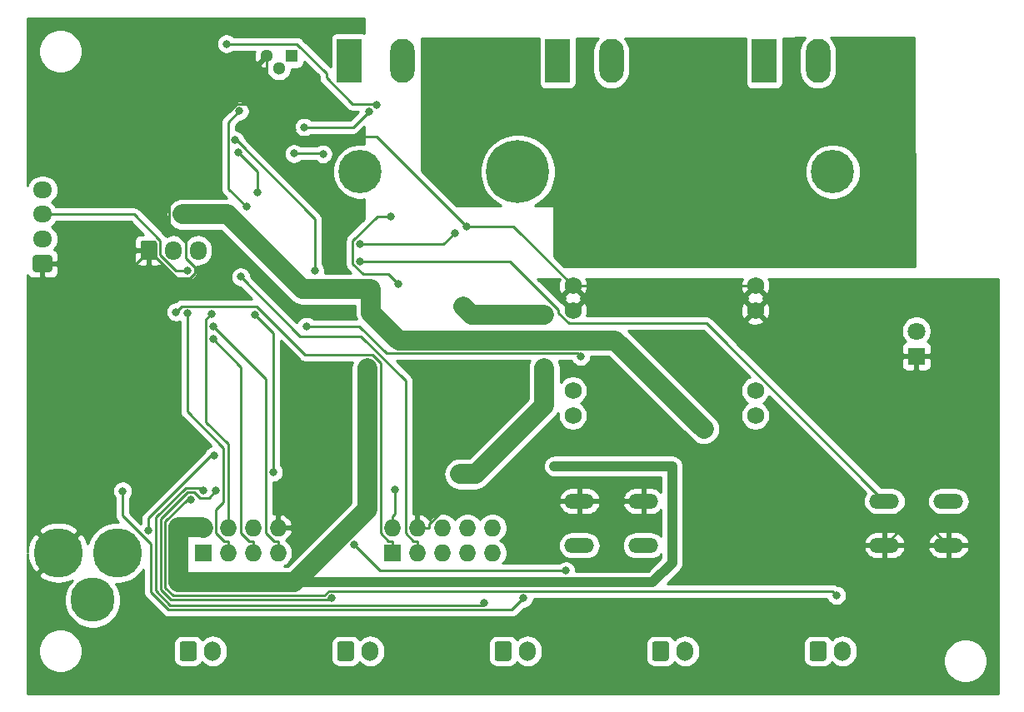
<source format=gbr>
G04 #@! TF.GenerationSoftware,KiCad,Pcbnew,5.1.7-a382d34a8~87~ubuntu18.04.1*
G04 #@! TF.CreationDate,2020-12-04T06:27:14+00:00*
G04 #@! TF.ProjectId,dc_load_unit,64635f6c-6f61-4645-9f75-6e69742e6b69,1.0*
G04 #@! TF.SameCoordinates,Original*
G04 #@! TF.FileFunction,Copper,L2,Bot*
G04 #@! TF.FilePolarity,Positive*
%FSLAX46Y46*%
G04 Gerber Fmt 4.6, Leading zero omitted, Abs format (unit mm)*
G04 Created by KiCad (PCBNEW 5.1.7-a382d34a8~87~ubuntu18.04.1) date 2020-12-04 06:27:14*
%MOMM*%
%LPD*%
G01*
G04 APERTURE LIST*
G04 #@! TA.AperFunction,ComponentPad*
%ADD10C,1.727200*%
G04 #@! TD*
G04 #@! TA.AperFunction,ComponentPad*
%ADD11R,1.727200X1.727200*%
G04 #@! TD*
G04 #@! TA.AperFunction,ComponentPad*
%ADD12O,1.727200X1.727200*%
G04 #@! TD*
G04 #@! TA.AperFunction,ComponentPad*
%ADD13O,2.500000X4.500000*%
G04 #@! TD*
G04 #@! TA.AperFunction,ComponentPad*
%ADD14R,2.500000X4.500000*%
G04 #@! TD*
G04 #@! TA.AperFunction,ComponentPad*
%ADD15O,1.700000X2.000000*%
G04 #@! TD*
G04 #@! TA.AperFunction,ComponentPad*
%ADD16C,1.800000*%
G04 #@! TD*
G04 #@! TA.AperFunction,ComponentPad*
%ADD17R,1.800000X1.800000*%
G04 #@! TD*
G04 #@! TA.AperFunction,ComponentPad*
%ADD18O,3.014980X1.506220*%
G04 #@! TD*
G04 #@! TA.AperFunction,ComponentPad*
%ADD19R,1.300000X1.300000*%
G04 #@! TD*
G04 #@! TA.AperFunction,ComponentPad*
%ADD20C,1.300000*%
G04 #@! TD*
G04 #@! TA.AperFunction,ComponentPad*
%ADD21C,0.700000*%
G04 #@! TD*
G04 #@! TA.AperFunction,ComponentPad*
%ADD22C,4.400000*%
G04 #@! TD*
G04 #@! TA.AperFunction,ComponentPad*
%ADD23C,0.800000*%
G04 #@! TD*
G04 #@! TA.AperFunction,ComponentPad*
%ADD24C,6.400000*%
G04 #@! TD*
G04 #@! TA.AperFunction,ComponentPad*
%ADD25C,4.500000*%
G04 #@! TD*
G04 #@! TA.AperFunction,ComponentPad*
%ADD26C,5.000000*%
G04 #@! TD*
G04 #@! TA.AperFunction,ComponentPad*
%ADD27O,1.700000X1.950000*%
G04 #@! TD*
G04 #@! TA.AperFunction,ComponentPad*
%ADD28O,1.950000X1.700000*%
G04 #@! TD*
G04 #@! TA.AperFunction,ViaPad*
%ADD29C,0.800000*%
G04 #@! TD*
G04 #@! TA.AperFunction,Conductor*
%ADD30C,0.250000*%
G04 #@! TD*
G04 #@! TA.AperFunction,Conductor*
%ADD31C,2.000000*%
G04 #@! TD*
G04 #@! TA.AperFunction,Conductor*
%ADD32C,1.000000*%
G04 #@! TD*
G04 #@! TA.AperFunction,Conductor*
%ADD33C,0.500000*%
G04 #@! TD*
G04 #@! TA.AperFunction,Conductor*
%ADD34C,0.254000*%
G04 #@! TD*
G04 #@! TA.AperFunction,Conductor*
%ADD35C,0.100000*%
G04 #@! TD*
G04 APERTURE END LIST*
D10*
X174635000Y-102047500D03*
X174635000Y-99507500D03*
X174635000Y-91379500D03*
X174635000Y-88839500D03*
X156093000Y-102047500D03*
X156093000Y-99507500D03*
X156093000Y-91379500D03*
X156093000Y-88839500D03*
D11*
X118500000Y-116000000D03*
D12*
X118500000Y-113460000D03*
X121040000Y-116000000D03*
X121040000Y-113460000D03*
X123580000Y-116000000D03*
X123580000Y-113460000D03*
X126120000Y-116000000D03*
X126120000Y-113460000D03*
D13*
X165450000Y-66000000D03*
X160000000Y-66000000D03*
D14*
X154550000Y-66000000D03*
D15*
X151500000Y-126000000D03*
G04 #@! TA.AperFunction,ComponentPad*
G36*
G01*
X148150000Y-126750000D02*
X148150000Y-125250000D01*
G75*
G02*
X148400000Y-125000000I250000J0D01*
G01*
X149600000Y-125000000D01*
G75*
G02*
X149850000Y-125250000I0J-250000D01*
G01*
X149850000Y-126750000D01*
G75*
G02*
X149600000Y-127000000I-250000J0D01*
G01*
X148400000Y-127000000D01*
G75*
G02*
X148150000Y-126750000I0J250000D01*
G01*
G37*
G04 #@! TD.AperFunction*
D16*
X191000000Y-93460000D03*
D17*
X191000000Y-96000000D03*
D15*
X119500000Y-126000000D03*
G04 #@! TA.AperFunction,ComponentPad*
G36*
G01*
X116150000Y-126750000D02*
X116150000Y-125250000D01*
G75*
G02*
X116400000Y-125000000I250000J0D01*
G01*
X117600000Y-125000000D01*
G75*
G02*
X117850000Y-125250000I0J-250000D01*
G01*
X117850000Y-126750000D01*
G75*
G02*
X117600000Y-127000000I-250000J0D01*
G01*
X116400000Y-127000000D01*
G75*
G02*
X116150000Y-126750000I0J250000D01*
G01*
G37*
G04 #@! TD.AperFunction*
X135500000Y-126000000D03*
G04 #@! TA.AperFunction,ComponentPad*
G36*
G01*
X132150000Y-126750000D02*
X132150000Y-125250000D01*
G75*
G02*
X132400000Y-125000000I250000J0D01*
G01*
X133600000Y-125000000D01*
G75*
G02*
X133850000Y-125250000I0J-250000D01*
G01*
X133850000Y-126750000D01*
G75*
G02*
X133600000Y-127000000I-250000J0D01*
G01*
X132400000Y-127000000D01*
G75*
G02*
X132150000Y-126750000I0J250000D01*
G01*
G37*
G04 #@! TD.AperFunction*
X167500000Y-126000000D03*
G04 #@! TA.AperFunction,ComponentPad*
G36*
G01*
X164150000Y-126750000D02*
X164150000Y-125250000D01*
G75*
G02*
X164400000Y-125000000I250000J0D01*
G01*
X165600000Y-125000000D01*
G75*
G02*
X165850000Y-125250000I0J-250000D01*
G01*
X165850000Y-126750000D01*
G75*
G02*
X165600000Y-127000000I-250000J0D01*
G01*
X164400000Y-127000000D01*
G75*
G02*
X164150000Y-126750000I0J250000D01*
G01*
G37*
G04 #@! TD.AperFunction*
X183500000Y-126000000D03*
G04 #@! TA.AperFunction,ComponentPad*
G36*
G01*
X180150000Y-126750000D02*
X180150000Y-125250000D01*
G75*
G02*
X180400000Y-125000000I250000J0D01*
G01*
X181600000Y-125000000D01*
G75*
G02*
X181850000Y-125250000I0J-250000D01*
G01*
X181850000Y-126750000D01*
G75*
G02*
X181600000Y-127000000I-250000J0D01*
G01*
X180400000Y-127000000D01*
G75*
G02*
X180150000Y-126750000I0J250000D01*
G01*
G37*
G04 #@! TD.AperFunction*
D13*
X144250000Y-66000000D03*
X138800000Y-66000000D03*
D14*
X133350000Y-66000000D03*
D13*
X186450000Y-66000000D03*
X181000000Y-66000000D03*
D14*
X175550000Y-66000000D03*
D18*
X163248660Y-115247900D03*
X156751340Y-115247900D03*
X163248660Y-110752100D03*
X156751340Y-110752100D03*
X187751340Y-110752100D03*
X194248660Y-110752100D03*
X187751340Y-115247900D03*
X194248660Y-115247900D03*
D19*
X127500000Y-65500000D03*
D20*
X124960000Y-65500000D03*
X126230000Y-66770000D03*
D21*
X135666726Y-76083274D03*
X134500000Y-75600000D03*
X133333274Y-76083274D03*
X132850000Y-77250000D03*
X133333274Y-78416726D03*
X134500000Y-78900000D03*
X135666726Y-78416726D03*
X136150000Y-77250000D03*
D22*
X134500000Y-77250000D03*
D23*
X152197056Y-75552944D03*
X150500000Y-74850000D03*
X148802944Y-75552944D03*
X148100000Y-77250000D03*
X148802944Y-78947056D03*
X150500000Y-79650000D03*
X152197056Y-78947056D03*
X152900000Y-77250000D03*
D24*
X150500000Y-77250000D03*
D23*
X168197056Y-75552944D03*
X166500000Y-74850000D03*
X164802944Y-75552944D03*
X164100000Y-77250000D03*
X164802944Y-78947056D03*
X166500000Y-79650000D03*
X168197056Y-78947056D03*
X168900000Y-77250000D03*
D24*
X166500000Y-77250000D03*
D21*
X183666726Y-76083274D03*
X182500000Y-75600000D03*
X181333274Y-76083274D03*
X180850000Y-77250000D03*
X181333274Y-78416726D03*
X182500000Y-78900000D03*
X183666726Y-78416726D03*
X184150000Y-77250000D03*
D22*
X182500000Y-77250000D03*
D25*
X107300000Y-120800000D03*
D26*
X103800000Y-116000000D03*
X109800000Y-116000000D03*
D27*
X118000000Y-85250000D03*
X115500000Y-85250000D03*
G04 #@! TA.AperFunction,ComponentPad*
G36*
G01*
X112150000Y-85975000D02*
X112150000Y-84525000D01*
G75*
G02*
X112400000Y-84275000I250000J0D01*
G01*
X113600000Y-84275000D01*
G75*
G02*
X113850000Y-84525000I0J-250000D01*
G01*
X113850000Y-85975000D01*
G75*
G02*
X113600000Y-86225000I-250000J0D01*
G01*
X112400000Y-86225000D01*
G75*
G02*
X112150000Y-85975000I0J250000D01*
G01*
G37*
G04 #@! TD.AperFunction*
D11*
X137750000Y-116000000D03*
D12*
X137750000Y-113460000D03*
X140290000Y-116000000D03*
X140290000Y-113460000D03*
X142830000Y-116000000D03*
X142830000Y-113460000D03*
X145370000Y-116000000D03*
X145370000Y-113460000D03*
X147910000Y-116000000D03*
X147910000Y-113460000D03*
G04 #@! TA.AperFunction,ComponentPad*
G36*
G01*
X102925000Y-87450000D02*
X101475000Y-87450000D01*
G75*
G02*
X101225000Y-87200000I0J250000D01*
G01*
X101225000Y-86000000D01*
G75*
G02*
X101475000Y-85750000I250000J0D01*
G01*
X102925000Y-85750000D01*
G75*
G02*
X103175000Y-86000000I0J-250000D01*
G01*
X103175000Y-87200000D01*
G75*
G02*
X102925000Y-87450000I-250000J0D01*
G01*
G37*
G04 #@! TD.AperFunction*
D28*
X102200000Y-84100000D03*
X102200000Y-81600000D03*
X102200000Y-79100000D03*
D29*
X128248300Y-104528200D03*
X127632300Y-73016000D03*
X145322200Y-82821800D03*
X145000000Y-91000000D03*
X153200000Y-91800000D03*
X153200000Y-97200000D03*
X144600000Y-108000000D03*
X154200000Y-107200000D03*
X135200000Y-97200000D03*
X116200000Y-81600000D03*
X117600000Y-81600000D03*
X121000000Y-81600000D03*
X134800000Y-89200000D03*
X169400000Y-103400000D03*
X134484500Y-84589500D03*
X144081200Y-83469600D03*
X128787200Y-72753500D03*
X135379400Y-71115000D03*
X112956400Y-113715000D03*
X119619400Y-106136200D03*
X131562400Y-120633100D03*
X119817100Y-109684000D03*
X147105000Y-121057600D03*
X118561400Y-109653600D03*
X155387100Y-117837700D03*
X133867900Y-115196900D03*
X117233400Y-110567800D03*
X182875000Y-120325000D03*
X151085000Y-120631200D03*
X110341200Y-109721100D03*
X123823900Y-91822100D03*
X125656900Y-107800000D03*
X134490200Y-86356700D03*
X124003700Y-79375600D03*
X122114500Y-75320600D03*
X122905900Y-80840600D03*
X122211500Y-71100000D03*
X127750000Y-75408700D03*
X130705400Y-75454600D03*
X116945000Y-87327300D03*
X116918700Y-91674700D03*
X119566400Y-94292000D03*
X119573800Y-92975200D03*
X119358300Y-91683100D03*
X115765400Y-91525100D03*
X122334200Y-87947600D03*
X156887300Y-96027600D03*
X129025500Y-92976100D03*
X137611900Y-81773000D03*
X138325000Y-88684100D03*
X136148600Y-70451900D03*
X120895000Y-64250000D03*
X129864100Y-87315100D03*
X121798000Y-74059100D03*
X137980900Y-109590600D03*
D30*
X126120000Y-113460000D02*
X126120000Y-112271100D01*
X128248300Y-104528200D02*
X128248300Y-110142800D01*
X128248300Y-110142800D02*
X126120000Y-112271100D01*
X124960000Y-70343700D02*
X127632300Y-73016000D01*
X124960000Y-65500000D02*
X124960000Y-70343700D01*
X113000000Y-85250000D02*
X115826400Y-88076400D01*
X115826400Y-88076400D02*
X117224700Y-88076400D01*
X117224700Y-88076400D02*
X117699700Y-87601400D01*
X117699700Y-87601400D02*
X117699700Y-86994500D01*
X117699700Y-86994500D02*
X116750000Y-86044800D01*
X116750000Y-86044800D02*
X116750000Y-84438000D01*
X116750000Y-84438000D02*
X115064200Y-82752200D01*
X115064200Y-82752200D02*
X115064200Y-77189900D01*
X115064200Y-77189900D02*
X121910400Y-70343700D01*
X121910400Y-70343700D02*
X124960000Y-70343700D01*
X145322200Y-82821800D02*
X136174300Y-73673900D01*
X136174300Y-73673900D02*
X128290200Y-73673900D01*
X128290200Y-73673900D02*
X127632300Y-73016000D01*
X102200000Y-86600000D02*
X111650000Y-86600000D01*
X111650000Y-86600000D02*
X113000000Y-85250000D01*
X154918500Y-110752100D02*
X143815300Y-110752100D01*
X143815300Y-110752100D02*
X141478900Y-113088500D01*
X141478900Y-113088500D02*
X141478900Y-113460000D01*
X145322200Y-82821800D02*
X150075300Y-82821800D01*
X150075300Y-82821800D02*
X156093000Y-88839500D01*
X156751300Y-110752100D02*
X154918500Y-110752100D01*
X140290000Y-113460000D02*
X141478900Y-113460000D01*
X174635000Y-88839500D02*
X156093000Y-88839500D01*
X174635000Y-91379500D02*
X179255500Y-96000000D01*
X179255500Y-96000000D02*
X191000000Y-96000000D01*
X191000000Y-113623500D02*
X192624300Y-113623500D01*
X192624300Y-113623500D02*
X194248700Y-115247900D01*
X187751300Y-115247900D02*
X189375700Y-113623500D01*
X189375700Y-113623500D02*
X191000000Y-113623500D01*
X191000000Y-113623500D02*
X191000000Y-96000000D01*
X184150000Y-77250000D02*
X183666700Y-76766700D01*
X183666700Y-76766700D02*
X183666700Y-76083300D01*
X180850000Y-77250000D02*
X181333300Y-76766700D01*
X181333300Y-76766700D02*
X181333300Y-76083300D01*
D31*
X153200000Y-91800000D02*
X145800000Y-91800000D01*
X145800000Y-91800000D02*
X145000000Y-91000000D01*
X144600000Y-108000000D02*
X146200000Y-108000000D01*
X146200000Y-108000000D02*
X153200000Y-101000000D01*
X153200000Y-101000000D02*
X153200000Y-97200000D01*
D32*
X154200000Y-107200000D02*
X166200000Y-107200000D01*
X166200000Y-107200000D02*
X166200000Y-117000000D01*
X166200000Y-117000000D02*
X164200000Y-119000000D01*
X164200000Y-119000000D02*
X127800000Y-119000000D01*
D31*
X135200000Y-97200000D02*
X135200000Y-111600000D01*
X135200000Y-111600000D02*
X127800000Y-119000000D01*
X127800000Y-119000000D02*
X116000000Y-119000000D01*
X116000000Y-119000000D02*
X116000000Y-113400000D01*
X116000000Y-113400000D02*
X118440000Y-113400000D01*
X118440000Y-113400000D02*
X118500000Y-113460000D01*
X134800000Y-89200000D02*
X128600000Y-89200000D01*
X128600000Y-89200000D02*
X121000000Y-81600000D01*
X117600000Y-81600000D02*
X116400000Y-81600000D01*
X117800000Y-81600000D02*
X117600000Y-81600000D01*
D33*
X116400000Y-81600000D02*
X116200000Y-81600000D01*
D31*
X121000000Y-81600000D02*
X117800000Y-81600000D01*
D33*
X117800000Y-81600000D02*
X117600000Y-81600000D01*
D31*
X169400000Y-103400000D02*
X160400000Y-94400000D01*
X160400000Y-94400000D02*
X138400000Y-94400000D01*
X138400000Y-94400000D02*
X135600000Y-91600000D01*
X135600000Y-91600000D02*
X135600000Y-89200000D01*
X135600000Y-89200000D02*
X134800000Y-89200000D01*
D30*
X134484500Y-84589500D02*
X142961300Y-84589500D01*
X142961300Y-84589500D02*
X144081200Y-83469600D01*
X128787200Y-72753500D02*
X133740900Y-72753500D01*
X133740900Y-72753500D02*
X135379400Y-71115000D01*
X112956400Y-113715000D02*
X112956400Y-112498800D01*
X112956400Y-112498800D02*
X119319000Y-106136200D01*
X119319000Y-106136200D02*
X119619400Y-106136200D01*
X131562400Y-120633100D02*
X131393000Y-120802500D01*
X131393000Y-120802500D02*
X115269800Y-120802500D01*
X115269800Y-120802500D02*
X114198700Y-119731400D01*
X114198700Y-119731400D02*
X114198700Y-112548500D01*
X114198700Y-112548500D02*
X116909200Y-109838000D01*
X116909200Y-109838000D02*
X117628500Y-109838000D01*
X117628500Y-109838000D02*
X118186600Y-110396100D01*
X118186600Y-110396100D02*
X119105000Y-110396100D01*
X119105000Y-110396100D02*
X119817100Y-109684000D01*
X147105000Y-121057600D02*
X146804200Y-121358400D01*
X146804200Y-121358400D02*
X115188800Y-121358400D01*
X115188800Y-121358400D02*
X113692200Y-119861800D01*
X113692200Y-119861800D02*
X113692200Y-112418100D01*
X113692200Y-112418100D02*
X116722700Y-109387600D01*
X116722700Y-109387600D02*
X118295400Y-109387600D01*
X118295400Y-109387600D02*
X118561400Y-109653600D01*
X133867900Y-115196900D02*
X136508700Y-117837700D01*
X136508700Y-117837700D02*
X155387100Y-117837700D01*
X182875000Y-120325000D02*
X182432100Y-119882100D01*
X182432100Y-119882100D02*
X131287700Y-119882100D01*
X131287700Y-119882100D02*
X130823600Y-120346200D01*
X130823600Y-120346200D02*
X115454600Y-120346200D01*
X115454600Y-120346200D02*
X114670000Y-119561600D01*
X114670000Y-119561600D02*
X114670000Y-112800700D01*
X114670000Y-112800700D02*
X116902900Y-110567800D01*
X116902900Y-110567800D02*
X117233400Y-110567800D01*
X110341200Y-109721100D02*
X110341200Y-112241100D01*
X110341200Y-112241100D02*
X113205300Y-115105200D01*
X113205300Y-115105200D02*
X113205300Y-120028200D01*
X113205300Y-120028200D02*
X114987900Y-121810800D01*
X114987900Y-121810800D02*
X149905400Y-121810800D01*
X149905400Y-121810800D02*
X151085000Y-120631200D01*
X123823900Y-91822100D02*
X125656900Y-93655100D01*
X125656900Y-93655100D02*
X125656900Y-107800000D01*
X187751300Y-110752100D02*
X169674000Y-92674800D01*
X169674000Y-92674800D02*
X155694600Y-92674800D01*
X155694600Y-92674800D02*
X154642600Y-91622800D01*
X154642600Y-91622800D02*
X154642600Y-91333600D01*
X154642600Y-91333600D02*
X149665700Y-86356700D01*
X149665700Y-86356700D02*
X134490200Y-86356700D01*
X124003700Y-79375600D02*
X124003700Y-77209800D01*
X124003700Y-77209800D02*
X122114500Y-75320600D01*
X122211500Y-71100000D02*
X121072700Y-72238800D01*
X121072700Y-72238800D02*
X121072700Y-79007400D01*
X121072700Y-79007400D02*
X122905900Y-80840600D01*
X135666700Y-76766700D02*
X135666700Y-76083300D01*
X136150000Y-77250000D02*
X135666700Y-76766700D01*
X134500000Y-77250000D02*
X135183400Y-77250000D01*
X135183400Y-77250000D02*
X135666700Y-76766700D01*
X134500000Y-78900000D02*
X135183400Y-78900000D01*
X135183400Y-78900000D02*
X135666700Y-78416700D01*
X136150000Y-77250000D02*
X135666700Y-77733300D01*
X135666700Y-77733300D02*
X135666700Y-78416700D01*
X127750000Y-75408700D02*
X130659500Y-75408700D01*
X130659500Y-75408700D02*
X130705400Y-75454600D01*
X102200000Y-81600000D02*
X111511100Y-81600000D01*
X111511100Y-81600000D02*
X114176400Y-84265300D01*
X114176400Y-84265300D02*
X114176400Y-85729800D01*
X114176400Y-85729800D02*
X115773900Y-87327300D01*
X115773900Y-87327300D02*
X116945000Y-87327300D01*
X121040000Y-114811100D02*
X120668500Y-114811100D01*
X120668500Y-114811100D02*
X119838200Y-113980800D01*
X119838200Y-113980800D02*
X119838200Y-111628700D01*
X119838200Y-111628700D02*
X120589600Y-110877300D01*
X120589600Y-110877300D02*
X120589600Y-105328000D01*
X120589600Y-105328000D02*
X116918700Y-101657100D01*
X116918700Y-101657100D02*
X116918700Y-91674700D01*
X121040000Y-116000000D02*
X121040000Y-114811100D01*
X123580000Y-116000000D02*
X123580000Y-114811100D01*
X119566400Y-94292000D02*
X122391100Y-97116700D01*
X122391100Y-97116700D02*
X122391100Y-113993800D01*
X122391100Y-113993800D02*
X123208400Y-114811100D01*
X123208400Y-114811100D02*
X123580000Y-114811100D01*
X126120000Y-114811100D02*
X125748400Y-114811100D01*
X125748400Y-114811100D02*
X124931100Y-113993800D01*
X124931100Y-113993800D02*
X124931100Y-98332500D01*
X124931100Y-98332500D02*
X119573800Y-92975200D01*
X126120000Y-116000000D02*
X126120000Y-114811100D01*
X119358300Y-91683100D02*
X118829900Y-92211500D01*
X118829900Y-92211500D02*
X118829900Y-102756700D01*
X118829900Y-102756700D02*
X121040000Y-104966800D01*
X121040000Y-104966800D02*
X121040000Y-112271100D01*
X121040000Y-113460000D02*
X121040000Y-112271100D01*
X137750000Y-114811100D02*
X137378400Y-114811100D01*
X137378400Y-114811100D02*
X136561100Y-113993800D01*
X136561100Y-113993800D02*
X136561100Y-96680300D01*
X136561100Y-96680300D02*
X135755400Y-95874600D01*
X135755400Y-95874600D02*
X128908000Y-95874600D01*
X128908000Y-95874600D02*
X123969100Y-90935700D01*
X123969100Y-90935700D02*
X116354800Y-90935700D01*
X116354800Y-90935700D02*
X115765400Y-91525100D01*
X137750000Y-116000000D02*
X137750000Y-114811100D01*
X140290000Y-114811100D02*
X139918500Y-114811100D01*
X139918500Y-114811100D02*
X139099500Y-113992100D01*
X139099500Y-113992100D02*
X139099500Y-98494600D01*
X139099500Y-98494600D02*
X134570100Y-93965200D01*
X134570100Y-93965200D02*
X128351800Y-93965200D01*
X128351800Y-93965200D02*
X122334200Y-87947600D01*
X140290000Y-116000000D02*
X140290000Y-114811100D01*
X156887300Y-96027600D02*
X156585100Y-95725400D01*
X156585100Y-95725400D02*
X137155000Y-95725400D01*
X137155000Y-95725400D02*
X134405700Y-92976100D01*
X134405700Y-92976100D02*
X129025500Y-92976100D01*
X137611900Y-81773000D02*
X136222600Y-81773000D01*
X136222600Y-81773000D02*
X133726600Y-84269000D01*
X133726600Y-84269000D02*
X133726600Y-86664000D01*
X133726600Y-86664000D02*
X134756200Y-87693600D01*
X134756200Y-87693600D02*
X137334500Y-87693600D01*
X137334500Y-87693600D02*
X138325000Y-88684100D01*
X136148600Y-70451900D02*
X136085000Y-70388300D01*
X136085000Y-70388300D02*
X133707500Y-70388300D01*
X133707500Y-70388300D02*
X131032100Y-67712900D01*
X131032100Y-67712900D02*
X131032100Y-67217300D01*
X131032100Y-67217300D02*
X128064800Y-64250000D01*
X128064800Y-64250000D02*
X120895000Y-64250000D01*
X129864100Y-87315100D02*
X129864100Y-82033800D01*
X129864100Y-82033800D02*
X121889400Y-74059100D01*
X121889400Y-74059100D02*
X121798000Y-74059100D01*
X137750000Y-112271100D02*
X137980900Y-112040200D01*
X137980900Y-112040200D02*
X137980900Y-109590600D01*
X137750000Y-113460000D02*
X137750000Y-112271100D01*
D34*
X190872458Y-86873000D02*
X155201302Y-86873000D01*
X154227000Y-85898698D01*
X154227000Y-80800000D01*
X154224560Y-80775224D01*
X154217333Y-80751399D01*
X154205597Y-80729443D01*
X154189803Y-80710197D01*
X154170557Y-80694403D01*
X154148601Y-80682667D01*
X154124776Y-80675440D01*
X154100000Y-80673000D01*
X152257485Y-80673000D01*
X152316554Y-80648533D01*
X152944670Y-80228839D01*
X153478839Y-79694670D01*
X153898533Y-79066554D01*
X154187623Y-78368628D01*
X154335000Y-77627715D01*
X154335000Y-76970777D01*
X179665000Y-76970777D01*
X179665000Y-77529223D01*
X179773948Y-78076939D01*
X179987656Y-78592876D01*
X180297912Y-79057207D01*
X180692793Y-79452088D01*
X181157124Y-79762344D01*
X181673061Y-79976052D01*
X182220777Y-80085000D01*
X182779223Y-80085000D01*
X183326939Y-79976052D01*
X183842876Y-79762344D01*
X184307207Y-79452088D01*
X184702088Y-79057207D01*
X185012344Y-78592876D01*
X185226052Y-78076939D01*
X185335000Y-77529223D01*
X185335000Y-76970777D01*
X185226052Y-76423061D01*
X185012344Y-75907124D01*
X184702088Y-75442793D01*
X184307207Y-75047912D01*
X183842876Y-74737656D01*
X183326939Y-74523948D01*
X182779223Y-74415000D01*
X182220777Y-74415000D01*
X181673061Y-74523948D01*
X181157124Y-74737656D01*
X180692793Y-75047912D01*
X180297912Y-75442793D01*
X179987656Y-75907124D01*
X179773948Y-76423061D01*
X179665000Y-76970777D01*
X154335000Y-76970777D01*
X154335000Y-76872285D01*
X154187623Y-76131372D01*
X153898533Y-75433446D01*
X153478839Y-74805330D01*
X152944670Y-74271161D01*
X152316554Y-73851467D01*
X151618628Y-73562377D01*
X150877715Y-73415000D01*
X150122285Y-73415000D01*
X149381372Y-73562377D01*
X148683446Y-73851467D01*
X148055330Y-74271161D01*
X147521161Y-74805330D01*
X147101467Y-75433446D01*
X146812377Y-76131372D01*
X146665000Y-76872285D01*
X146665000Y-77627715D01*
X146812377Y-78368628D01*
X147101467Y-79066554D01*
X147521161Y-79694670D01*
X148055330Y-80228839D01*
X148683446Y-80648533D01*
X148742515Y-80673000D01*
X144248202Y-80673000D01*
X140727000Y-77151799D01*
X140727000Y-63726748D01*
X152666556Y-63703011D01*
X152661928Y-63750000D01*
X152661928Y-68250000D01*
X152674188Y-68374482D01*
X152710498Y-68494180D01*
X152769463Y-68604494D01*
X152848815Y-68701185D01*
X152945506Y-68780537D01*
X153055820Y-68839502D01*
X153175518Y-68875812D01*
X153300000Y-68888072D01*
X155800000Y-68888072D01*
X155924482Y-68875812D01*
X156044180Y-68839502D01*
X156154494Y-68780537D01*
X156251185Y-68701185D01*
X156330537Y-68604494D01*
X156389502Y-68494180D01*
X156425812Y-68374482D01*
X156438072Y-68250000D01*
X156438072Y-63750000D01*
X156432707Y-63695524D01*
X158635633Y-63691144D01*
X158425097Y-63947683D01*
X158250061Y-64275153D01*
X158142275Y-64630477D01*
X158115000Y-64907404D01*
X158115001Y-67092597D01*
X158142276Y-67369524D01*
X158250062Y-67724848D01*
X158425098Y-68052317D01*
X158660656Y-68339345D01*
X158947684Y-68574903D01*
X159275153Y-68749939D01*
X159630477Y-68857725D01*
X160000000Y-68894120D01*
X160369524Y-68857725D01*
X160724848Y-68749939D01*
X161052317Y-68574903D01*
X161339345Y-68339345D01*
X161574903Y-68052317D01*
X161749939Y-67724848D01*
X161857725Y-67369524D01*
X161885000Y-67092597D01*
X161885000Y-64907403D01*
X161857725Y-64630476D01*
X161749939Y-64275152D01*
X161574903Y-63947683D01*
X161359922Y-63685728D01*
X173670668Y-63661254D01*
X173661928Y-63750000D01*
X173661928Y-68250000D01*
X173674188Y-68374482D01*
X173710498Y-68494180D01*
X173769463Y-68604494D01*
X173848815Y-68701185D01*
X173945506Y-68780537D01*
X174055820Y-68839502D01*
X174175518Y-68875812D01*
X174300000Y-68888072D01*
X176800000Y-68888072D01*
X176924482Y-68875812D01*
X177044180Y-68839502D01*
X177154494Y-68780537D01*
X177251185Y-68701185D01*
X177330537Y-68604494D01*
X177389502Y-68494180D01*
X177425812Y-68374482D01*
X177438072Y-68250000D01*
X177438072Y-63750000D01*
X177428596Y-63653783D01*
X179674469Y-63649318D01*
X179660655Y-63660655D01*
X179425097Y-63947683D01*
X179250061Y-64275153D01*
X179142275Y-64630477D01*
X179115000Y-64907404D01*
X179115001Y-67092597D01*
X179142276Y-67369524D01*
X179250062Y-67724848D01*
X179425098Y-68052317D01*
X179660656Y-68339345D01*
X179947684Y-68574903D01*
X180275153Y-68749939D01*
X180630477Y-68857725D01*
X181000000Y-68894120D01*
X181369524Y-68857725D01*
X181724848Y-68749939D01*
X182052317Y-68574903D01*
X182339345Y-68339345D01*
X182574903Y-68052317D01*
X182749939Y-67724848D01*
X182857725Y-67369524D01*
X182885000Y-67092597D01*
X182885000Y-64907403D01*
X182857725Y-64630476D01*
X182749939Y-64275152D01*
X182574903Y-63947683D01*
X182339345Y-63660655D01*
X182319124Y-63644060D01*
X190773540Y-63627252D01*
X190872458Y-86873000D01*
G04 #@! TA.AperFunction,Conductor*
D35*
G36*
X190872458Y-86873000D02*
G01*
X155201302Y-86873000D01*
X154227000Y-85898698D01*
X154227000Y-80800000D01*
X154224560Y-80775224D01*
X154217333Y-80751399D01*
X154205597Y-80729443D01*
X154189803Y-80710197D01*
X154170557Y-80694403D01*
X154148601Y-80682667D01*
X154124776Y-80675440D01*
X154100000Y-80673000D01*
X152257485Y-80673000D01*
X152316554Y-80648533D01*
X152944670Y-80228839D01*
X153478839Y-79694670D01*
X153898533Y-79066554D01*
X154187623Y-78368628D01*
X154335000Y-77627715D01*
X154335000Y-76970777D01*
X179665000Y-76970777D01*
X179665000Y-77529223D01*
X179773948Y-78076939D01*
X179987656Y-78592876D01*
X180297912Y-79057207D01*
X180692793Y-79452088D01*
X181157124Y-79762344D01*
X181673061Y-79976052D01*
X182220777Y-80085000D01*
X182779223Y-80085000D01*
X183326939Y-79976052D01*
X183842876Y-79762344D01*
X184307207Y-79452088D01*
X184702088Y-79057207D01*
X185012344Y-78592876D01*
X185226052Y-78076939D01*
X185335000Y-77529223D01*
X185335000Y-76970777D01*
X185226052Y-76423061D01*
X185012344Y-75907124D01*
X184702088Y-75442793D01*
X184307207Y-75047912D01*
X183842876Y-74737656D01*
X183326939Y-74523948D01*
X182779223Y-74415000D01*
X182220777Y-74415000D01*
X181673061Y-74523948D01*
X181157124Y-74737656D01*
X180692793Y-75047912D01*
X180297912Y-75442793D01*
X179987656Y-75907124D01*
X179773948Y-76423061D01*
X179665000Y-76970777D01*
X154335000Y-76970777D01*
X154335000Y-76872285D01*
X154187623Y-76131372D01*
X153898533Y-75433446D01*
X153478839Y-74805330D01*
X152944670Y-74271161D01*
X152316554Y-73851467D01*
X151618628Y-73562377D01*
X150877715Y-73415000D01*
X150122285Y-73415000D01*
X149381372Y-73562377D01*
X148683446Y-73851467D01*
X148055330Y-74271161D01*
X147521161Y-74805330D01*
X147101467Y-75433446D01*
X146812377Y-76131372D01*
X146665000Y-76872285D01*
X146665000Y-77627715D01*
X146812377Y-78368628D01*
X147101467Y-79066554D01*
X147521161Y-79694670D01*
X148055330Y-80228839D01*
X148683446Y-80648533D01*
X148742515Y-80673000D01*
X144248202Y-80673000D01*
X140727000Y-77151799D01*
X140727000Y-63726748D01*
X152666556Y-63703011D01*
X152661928Y-63750000D01*
X152661928Y-68250000D01*
X152674188Y-68374482D01*
X152710498Y-68494180D01*
X152769463Y-68604494D01*
X152848815Y-68701185D01*
X152945506Y-68780537D01*
X153055820Y-68839502D01*
X153175518Y-68875812D01*
X153300000Y-68888072D01*
X155800000Y-68888072D01*
X155924482Y-68875812D01*
X156044180Y-68839502D01*
X156154494Y-68780537D01*
X156251185Y-68701185D01*
X156330537Y-68604494D01*
X156389502Y-68494180D01*
X156425812Y-68374482D01*
X156438072Y-68250000D01*
X156438072Y-63750000D01*
X156432707Y-63695524D01*
X158635633Y-63691144D01*
X158425097Y-63947683D01*
X158250061Y-64275153D01*
X158142275Y-64630477D01*
X158115000Y-64907404D01*
X158115001Y-67092597D01*
X158142276Y-67369524D01*
X158250062Y-67724848D01*
X158425098Y-68052317D01*
X158660656Y-68339345D01*
X158947684Y-68574903D01*
X159275153Y-68749939D01*
X159630477Y-68857725D01*
X160000000Y-68894120D01*
X160369524Y-68857725D01*
X160724848Y-68749939D01*
X161052317Y-68574903D01*
X161339345Y-68339345D01*
X161574903Y-68052317D01*
X161749939Y-67724848D01*
X161857725Y-67369524D01*
X161885000Y-67092597D01*
X161885000Y-64907403D01*
X161857725Y-64630476D01*
X161749939Y-64275152D01*
X161574903Y-63947683D01*
X161359922Y-63685728D01*
X173670668Y-63661254D01*
X173661928Y-63750000D01*
X173661928Y-68250000D01*
X173674188Y-68374482D01*
X173710498Y-68494180D01*
X173769463Y-68604494D01*
X173848815Y-68701185D01*
X173945506Y-68780537D01*
X174055820Y-68839502D01*
X174175518Y-68875812D01*
X174300000Y-68888072D01*
X176800000Y-68888072D01*
X176924482Y-68875812D01*
X177044180Y-68839502D01*
X177154494Y-68780537D01*
X177251185Y-68701185D01*
X177330537Y-68604494D01*
X177389502Y-68494180D01*
X177425812Y-68374482D01*
X177438072Y-68250000D01*
X177438072Y-63750000D01*
X177428596Y-63653783D01*
X179674469Y-63649318D01*
X179660655Y-63660655D01*
X179425097Y-63947683D01*
X179250061Y-64275153D01*
X179142275Y-64630477D01*
X179115000Y-64907404D01*
X179115001Y-67092597D01*
X179142276Y-67369524D01*
X179250062Y-67724848D01*
X179425098Y-68052317D01*
X179660656Y-68339345D01*
X179947684Y-68574903D01*
X180275153Y-68749939D01*
X180630477Y-68857725D01*
X181000000Y-68894120D01*
X181369524Y-68857725D01*
X181724848Y-68749939D01*
X182052317Y-68574903D01*
X182339345Y-68339345D01*
X182574903Y-68052317D01*
X182749939Y-67724848D01*
X182857725Y-67369524D01*
X182885000Y-67092597D01*
X182885000Y-64907403D01*
X182857725Y-64630476D01*
X182749939Y-64275152D01*
X182574903Y-63947683D01*
X182339345Y-63660655D01*
X182319124Y-63644060D01*
X190773540Y-63627252D01*
X190872458Y-86873000D01*
G37*
G04 #@! TD.AperFunction*
D34*
X134873000Y-63175903D02*
X134844180Y-63160498D01*
X134724482Y-63124188D01*
X134600000Y-63111928D01*
X132100000Y-63111928D01*
X131975518Y-63124188D01*
X131855820Y-63160498D01*
X131745506Y-63219463D01*
X131648815Y-63298815D01*
X131569463Y-63395506D01*
X131510498Y-63505820D01*
X131474188Y-63625518D01*
X131461928Y-63750000D01*
X131461928Y-66572326D01*
X128628604Y-63739003D01*
X128604801Y-63709999D01*
X128489076Y-63615026D01*
X128357047Y-63544454D01*
X128213786Y-63500997D01*
X128102133Y-63490000D01*
X128102122Y-63490000D01*
X128064800Y-63486324D01*
X128027478Y-63490000D01*
X121598711Y-63490000D01*
X121554774Y-63446063D01*
X121385256Y-63332795D01*
X121196898Y-63254774D01*
X120996939Y-63215000D01*
X120793061Y-63215000D01*
X120593102Y-63254774D01*
X120404744Y-63332795D01*
X120235226Y-63446063D01*
X120091063Y-63590226D01*
X119977795Y-63759744D01*
X119899774Y-63948102D01*
X119860000Y-64148061D01*
X119860000Y-64351939D01*
X119899774Y-64551898D01*
X119977795Y-64740256D01*
X120091063Y-64909774D01*
X120235226Y-65053937D01*
X120404744Y-65167205D01*
X120593102Y-65245226D01*
X120793061Y-65285000D01*
X120996939Y-65285000D01*
X121196898Y-65245226D01*
X121385256Y-65167205D01*
X121554774Y-65053937D01*
X121598711Y-65010000D01*
X123770937Y-65010000D01*
X123739905Y-65077374D01*
X123680898Y-65323524D01*
X123671048Y-65576455D01*
X123710730Y-65826449D01*
X123798422Y-66063896D01*
X123845799Y-66152534D01*
X124074473Y-66205922D01*
X124780395Y-65500000D01*
X124766253Y-65485858D01*
X124945858Y-65306253D01*
X124960000Y-65320395D01*
X124974143Y-65306253D01*
X125153748Y-65485858D01*
X125139605Y-65500000D01*
X125153748Y-65514143D01*
X124974143Y-65693748D01*
X124960000Y-65679605D01*
X124254078Y-66385527D01*
X124307466Y-66614201D01*
X124537374Y-66720095D01*
X124783524Y-66779102D01*
X124945000Y-66785390D01*
X124945000Y-66896561D01*
X124994381Y-67144821D01*
X125091247Y-67378676D01*
X125231875Y-67589140D01*
X125410860Y-67768125D01*
X125621324Y-67908753D01*
X125855179Y-68005619D01*
X126103439Y-68055000D01*
X126356561Y-68055000D01*
X126604821Y-68005619D01*
X126838676Y-67908753D01*
X127049140Y-67768125D01*
X127228125Y-67589140D01*
X127368753Y-67378676D01*
X127465619Y-67144821D01*
X127515000Y-66896561D01*
X127515000Y-66788072D01*
X128150000Y-66788072D01*
X128274482Y-66775812D01*
X128394180Y-66739502D01*
X128504494Y-66680537D01*
X128601185Y-66601185D01*
X128680537Y-66504494D01*
X128739502Y-66394180D01*
X128775812Y-66274482D01*
X128788072Y-66150000D01*
X128788072Y-66048073D01*
X130272100Y-67532102D01*
X130272100Y-67675578D01*
X130268424Y-67712900D01*
X130272100Y-67750222D01*
X130272100Y-67750232D01*
X130283097Y-67861885D01*
X130314771Y-67966302D01*
X130326554Y-68005146D01*
X130397126Y-68137176D01*
X130436971Y-68185726D01*
X130492099Y-68252901D01*
X130521103Y-68276704D01*
X133143700Y-70899302D01*
X133167499Y-70928301D01*
X133196497Y-70952099D01*
X133283223Y-71023274D01*
X133402209Y-71086874D01*
X133415253Y-71093846D01*
X133558514Y-71137303D01*
X133670167Y-71148300D01*
X133670177Y-71148300D01*
X133707500Y-71151976D01*
X133744823Y-71148300D01*
X134271298Y-71148300D01*
X133426099Y-71993500D01*
X129490911Y-71993500D01*
X129446974Y-71949563D01*
X129277456Y-71836295D01*
X129089098Y-71758274D01*
X128889139Y-71718500D01*
X128685261Y-71718500D01*
X128485302Y-71758274D01*
X128296944Y-71836295D01*
X128127426Y-71949563D01*
X127983263Y-72093726D01*
X127869995Y-72263244D01*
X127791974Y-72451602D01*
X127752200Y-72651561D01*
X127752200Y-72855439D01*
X127791974Y-73055398D01*
X127869995Y-73243756D01*
X127983263Y-73413274D01*
X128127426Y-73557437D01*
X128296944Y-73670705D01*
X128485302Y-73748726D01*
X128685261Y-73788500D01*
X128889139Y-73788500D01*
X129089098Y-73748726D01*
X129277456Y-73670705D01*
X129446974Y-73557437D01*
X129490911Y-73513500D01*
X133703578Y-73513500D01*
X133740900Y-73517176D01*
X133778222Y-73513500D01*
X133778233Y-73513500D01*
X133889886Y-73502503D01*
X134033147Y-73459046D01*
X134165176Y-73388474D01*
X134280901Y-73293501D01*
X134304704Y-73264497D01*
X134873000Y-72696202D01*
X134873000Y-74433653D01*
X134779223Y-74415000D01*
X134220777Y-74415000D01*
X133673061Y-74523948D01*
X133157124Y-74737656D01*
X132692793Y-75047912D01*
X132297912Y-75442793D01*
X131987656Y-75907124D01*
X131773948Y-76423061D01*
X131665000Y-76970777D01*
X131665000Y-77529223D01*
X131773948Y-78076939D01*
X131987656Y-78592876D01*
X132297912Y-79057207D01*
X132692793Y-79452088D01*
X133157124Y-79762344D01*
X133673061Y-79976052D01*
X134220777Y-80085000D01*
X134779223Y-80085000D01*
X134873000Y-80066347D01*
X134873000Y-82047798D01*
X133215603Y-83705196D01*
X133186599Y-83728999D01*
X133140179Y-83785563D01*
X133091626Y-83844724D01*
X133046191Y-83929726D01*
X133021054Y-83976754D01*
X132977597Y-84120015D01*
X132966600Y-84231668D01*
X132966600Y-84231678D01*
X132962924Y-84269000D01*
X132966600Y-84306323D01*
X132966601Y-86626668D01*
X132962924Y-86664000D01*
X132966601Y-86701333D01*
X132977598Y-86812986D01*
X132987903Y-86846956D01*
X133021054Y-86956246D01*
X133091626Y-87088276D01*
X133145236Y-87153599D01*
X133186600Y-87204001D01*
X133215598Y-87227799D01*
X133552799Y-87565000D01*
X130869669Y-87565000D01*
X130899100Y-87417039D01*
X130899100Y-87213161D01*
X130859326Y-87013202D01*
X130781305Y-86824844D01*
X130668037Y-86655326D01*
X130624100Y-86611389D01*
X130624100Y-82071123D01*
X130627776Y-82033800D01*
X130624100Y-81996477D01*
X130624100Y-81996467D01*
X130613103Y-81884814D01*
X130569646Y-81741553D01*
X130531967Y-81671061D01*
X130499074Y-81609523D01*
X130427899Y-81522797D01*
X130404101Y-81493799D01*
X130375103Y-81470001D01*
X124211863Y-75306761D01*
X126715000Y-75306761D01*
X126715000Y-75510639D01*
X126754774Y-75710598D01*
X126832795Y-75898956D01*
X126946063Y-76068474D01*
X127090226Y-76212637D01*
X127259744Y-76325905D01*
X127448102Y-76403926D01*
X127648061Y-76443700D01*
X127851939Y-76443700D01*
X128051898Y-76403926D01*
X128240256Y-76325905D01*
X128409774Y-76212637D01*
X128453711Y-76168700D01*
X129955789Y-76168700D01*
X130045626Y-76258537D01*
X130215144Y-76371805D01*
X130403502Y-76449826D01*
X130603461Y-76489600D01*
X130807339Y-76489600D01*
X131007298Y-76449826D01*
X131195656Y-76371805D01*
X131365174Y-76258537D01*
X131509337Y-76114374D01*
X131622605Y-75944856D01*
X131700626Y-75756498D01*
X131740400Y-75556539D01*
X131740400Y-75352661D01*
X131700626Y-75152702D01*
X131622605Y-74964344D01*
X131509337Y-74794826D01*
X131365174Y-74650663D01*
X131195656Y-74537395D01*
X131007298Y-74459374D01*
X130807339Y-74419600D01*
X130603461Y-74419600D01*
X130403502Y-74459374D01*
X130215144Y-74537395D01*
X130048564Y-74648700D01*
X128453711Y-74648700D01*
X128409774Y-74604763D01*
X128240256Y-74491495D01*
X128051898Y-74413474D01*
X127851939Y-74373700D01*
X127648061Y-74373700D01*
X127448102Y-74413474D01*
X127259744Y-74491495D01*
X127090226Y-74604763D01*
X126946063Y-74748926D01*
X126832795Y-74918444D01*
X126754774Y-75106802D01*
X126715000Y-75306761D01*
X124211863Y-75306761D01*
X122825734Y-73920633D01*
X122793226Y-73757202D01*
X122715205Y-73568844D01*
X122601937Y-73399326D01*
X122457774Y-73255163D01*
X122288256Y-73141895D01*
X122099898Y-73063874D01*
X121899939Y-73024100D01*
X121832700Y-73024100D01*
X121832700Y-72553601D01*
X122251302Y-72135000D01*
X122313439Y-72135000D01*
X122513398Y-72095226D01*
X122701756Y-72017205D01*
X122871274Y-71903937D01*
X123015437Y-71759774D01*
X123128705Y-71590256D01*
X123206726Y-71401898D01*
X123246500Y-71201939D01*
X123246500Y-70998061D01*
X123206726Y-70798102D01*
X123128705Y-70609744D01*
X123015437Y-70440226D01*
X122871274Y-70296063D01*
X122701756Y-70182795D01*
X122513398Y-70104774D01*
X122313439Y-70065000D01*
X122109561Y-70065000D01*
X121909602Y-70104774D01*
X121721244Y-70182795D01*
X121551726Y-70296063D01*
X121407563Y-70440226D01*
X121294295Y-70609744D01*
X121216274Y-70798102D01*
X121176500Y-70998061D01*
X121176500Y-71060198D01*
X120561702Y-71674997D01*
X120532699Y-71698799D01*
X120483890Y-71758274D01*
X120437726Y-71814524D01*
X120381916Y-71918937D01*
X120367154Y-71946554D01*
X120323697Y-72089815D01*
X120312700Y-72201468D01*
X120312700Y-72201478D01*
X120309024Y-72238800D01*
X120312700Y-72276123D01*
X120312701Y-78970068D01*
X120309024Y-79007400D01*
X120312701Y-79044733D01*
X120323698Y-79156386D01*
X120331415Y-79181825D01*
X120367154Y-79299646D01*
X120437726Y-79431676D01*
X120508901Y-79518402D01*
X120532700Y-79547401D01*
X120561698Y-79571199D01*
X120952287Y-79961788D01*
X120919681Y-79965000D01*
X116319678Y-79965000D01*
X116079484Y-79988657D01*
X115771285Y-80082148D01*
X115487248Y-80233969D01*
X115238286Y-80438286D01*
X115033969Y-80687248D01*
X114882148Y-80971285D01*
X114788657Y-81279484D01*
X114757089Y-81600000D01*
X114788657Y-81920516D01*
X114882148Y-82228715D01*
X115033969Y-82512752D01*
X115238286Y-82761714D01*
X115487248Y-82966031D01*
X115771285Y-83117852D01*
X116079484Y-83211343D01*
X116319678Y-83235000D01*
X120322762Y-83235000D01*
X127387080Y-90299319D01*
X127438286Y-90361714D01*
X127687248Y-90566031D01*
X127971285Y-90717852D01*
X128279484Y-90811343D01*
X128519678Y-90835000D01*
X128519680Y-90835000D01*
X128599999Y-90842911D01*
X128680319Y-90835000D01*
X133965000Y-90835000D01*
X133965000Y-91519680D01*
X133957089Y-91600000D01*
X133965000Y-91680319D01*
X133965000Y-91680321D01*
X133988657Y-91920515D01*
X134078322Y-92216100D01*
X129729211Y-92216100D01*
X129685274Y-92172163D01*
X129515756Y-92058895D01*
X129327398Y-91980874D01*
X129127439Y-91941100D01*
X128923561Y-91941100D01*
X128723602Y-91980874D01*
X128535244Y-92058895D01*
X128365726Y-92172163D01*
X128221563Y-92316326D01*
X128108295Y-92485844D01*
X128061125Y-92599723D01*
X123369200Y-87907799D01*
X123369200Y-87845661D01*
X123329426Y-87645702D01*
X123251405Y-87457344D01*
X123138137Y-87287826D01*
X122993974Y-87143663D01*
X122824456Y-87030395D01*
X122636098Y-86952374D01*
X122436139Y-86912600D01*
X122232261Y-86912600D01*
X122032302Y-86952374D01*
X121843944Y-87030395D01*
X121674426Y-87143663D01*
X121530263Y-87287826D01*
X121416995Y-87457344D01*
X121338974Y-87645702D01*
X121299200Y-87845661D01*
X121299200Y-88049539D01*
X121338974Y-88249498D01*
X121416995Y-88437856D01*
X121530263Y-88607374D01*
X121674426Y-88751537D01*
X121843944Y-88864805D01*
X122032302Y-88942826D01*
X122232261Y-88982600D01*
X122294399Y-88982600D01*
X123487499Y-90175700D01*
X116392122Y-90175700D01*
X116354799Y-90172024D01*
X116317476Y-90175700D01*
X116317467Y-90175700D01*
X116205814Y-90186697D01*
X116062553Y-90230154D01*
X115930524Y-90300726D01*
X115930522Y-90300727D01*
X115930523Y-90300727D01*
X115843796Y-90371901D01*
X115843792Y-90371905D01*
X115814799Y-90395699D01*
X115791005Y-90424693D01*
X115725597Y-90490100D01*
X115663461Y-90490100D01*
X115463502Y-90529874D01*
X115275144Y-90607895D01*
X115105626Y-90721163D01*
X114961463Y-90865326D01*
X114848195Y-91034844D01*
X114770174Y-91223202D01*
X114730400Y-91423161D01*
X114730400Y-91627039D01*
X114770174Y-91826998D01*
X114848195Y-92015356D01*
X114961463Y-92184874D01*
X115105626Y-92329037D01*
X115275144Y-92442305D01*
X115463502Y-92520326D01*
X115663461Y-92560100D01*
X115867339Y-92560100D01*
X116067298Y-92520326D01*
X116158701Y-92482465D01*
X116158700Y-101619778D01*
X116155024Y-101657100D01*
X116158700Y-101694422D01*
X116158700Y-101694432D01*
X116169697Y-101806085D01*
X116202053Y-101912751D01*
X116213154Y-101949346D01*
X116283726Y-102081376D01*
X116298456Y-102099324D01*
X116378699Y-102197101D01*
X116407703Y-102220904D01*
X119326068Y-105139270D01*
X119317502Y-105140974D01*
X119129144Y-105218995D01*
X118959626Y-105332263D01*
X118815463Y-105476426D01*
X118702195Y-105645944D01*
X118679384Y-105701014D01*
X112445398Y-111935001D01*
X112416400Y-111958799D01*
X112392602Y-111987797D01*
X112392601Y-111987798D01*
X112321426Y-112074524D01*
X112250854Y-112206554D01*
X112231877Y-112269115D01*
X112212121Y-112334246D01*
X112207398Y-112349815D01*
X112192724Y-112498800D01*
X112196401Y-112536132D01*
X112196401Y-113011288D01*
X112191295Y-113016394D01*
X111101200Y-111926299D01*
X111101200Y-110424811D01*
X111145137Y-110380874D01*
X111258405Y-110211356D01*
X111336426Y-110022998D01*
X111376200Y-109823039D01*
X111376200Y-109619161D01*
X111336426Y-109419202D01*
X111258405Y-109230844D01*
X111145137Y-109061326D01*
X111000974Y-108917163D01*
X110831456Y-108803895D01*
X110643098Y-108725874D01*
X110443139Y-108686100D01*
X110239261Y-108686100D01*
X110039302Y-108725874D01*
X109850944Y-108803895D01*
X109681426Y-108917163D01*
X109537263Y-109061326D01*
X109423995Y-109230844D01*
X109345974Y-109419202D01*
X109306200Y-109619161D01*
X109306200Y-109823039D01*
X109345974Y-110022998D01*
X109423995Y-110211356D01*
X109537263Y-110380874D01*
X109581200Y-110424811D01*
X109581201Y-112203768D01*
X109577524Y-112241100D01*
X109581201Y-112278433D01*
X109589302Y-112360677D01*
X109592198Y-112390085D01*
X109635654Y-112533346D01*
X109706226Y-112665376D01*
X109750870Y-112719774D01*
X109801200Y-112781101D01*
X109830198Y-112804899D01*
X109890299Y-112865000D01*
X109491229Y-112865000D01*
X108885554Y-112985476D01*
X108315021Y-113221799D01*
X107801554Y-113564886D01*
X107364886Y-114001554D01*
X107021799Y-114515021D01*
X106793080Y-115067195D01*
X106709103Y-114791408D01*
X106421118Y-114252627D01*
X106003148Y-113976457D01*
X103979605Y-116000000D01*
X103993748Y-116014143D01*
X103814143Y-116193748D01*
X103800000Y-116179605D01*
X101776457Y-118203148D01*
X102052627Y-118621118D01*
X102597557Y-118911649D01*
X103188696Y-119090287D01*
X103803328Y-119150168D01*
X104417831Y-119088990D01*
X105008592Y-118909103D01*
X105228359Y-118791635D01*
X105059074Y-118960920D01*
X104743346Y-119433440D01*
X104525869Y-119958477D01*
X104415000Y-120515852D01*
X104415000Y-121084148D01*
X104525869Y-121641523D01*
X104743346Y-122166560D01*
X105059074Y-122639080D01*
X105460920Y-123040926D01*
X105933440Y-123356654D01*
X106458477Y-123574131D01*
X107015852Y-123685000D01*
X107584148Y-123685000D01*
X108141523Y-123574131D01*
X108666560Y-123356654D01*
X109139080Y-123040926D01*
X109540926Y-122639080D01*
X109856654Y-122166560D01*
X110074131Y-121641523D01*
X110185000Y-121084148D01*
X110185000Y-120515852D01*
X110074131Y-119958477D01*
X109856654Y-119433440D01*
X109657243Y-119135000D01*
X110108771Y-119135000D01*
X110714446Y-119014524D01*
X111284979Y-118778201D01*
X111798446Y-118435114D01*
X112235114Y-117998446D01*
X112445301Y-117683879D01*
X112445301Y-119990868D01*
X112441624Y-120028200D01*
X112445301Y-120065533D01*
X112456183Y-120176013D01*
X112456298Y-120177185D01*
X112499754Y-120320446D01*
X112570326Y-120452476D01*
X112633343Y-120529261D01*
X112665300Y-120568201D01*
X112694298Y-120591999D01*
X114424101Y-122321803D01*
X114447899Y-122350801D01*
X114476897Y-122374599D01*
X114563623Y-122445774D01*
X114695653Y-122516346D01*
X114838914Y-122559803D01*
X114950567Y-122570800D01*
X114950576Y-122570800D01*
X114987899Y-122574476D01*
X115025222Y-122570800D01*
X149868078Y-122570800D01*
X149905400Y-122574476D01*
X149942722Y-122570800D01*
X149942733Y-122570800D01*
X150054386Y-122559803D01*
X150197647Y-122516346D01*
X150329676Y-122445774D01*
X150445401Y-122350801D01*
X150469204Y-122321797D01*
X151124802Y-121666200D01*
X151186939Y-121666200D01*
X151386898Y-121626426D01*
X151575256Y-121548405D01*
X151744774Y-121435137D01*
X151888937Y-121290974D01*
X152002205Y-121121456D01*
X152080226Y-120933098D01*
X152120000Y-120733139D01*
X152120000Y-120642100D01*
X181886071Y-120642100D01*
X181957795Y-120815256D01*
X182071063Y-120984774D01*
X182215226Y-121128937D01*
X182384744Y-121242205D01*
X182573102Y-121320226D01*
X182773061Y-121360000D01*
X182976939Y-121360000D01*
X183176898Y-121320226D01*
X183365256Y-121242205D01*
X183534774Y-121128937D01*
X183678937Y-120984774D01*
X183792205Y-120815256D01*
X183870226Y-120626898D01*
X183910000Y-120426939D01*
X183910000Y-120223061D01*
X183870226Y-120023102D01*
X183792205Y-119834744D01*
X183678937Y-119665226D01*
X183534774Y-119521063D01*
X183365256Y-119407795D01*
X183176898Y-119329774D01*
X182976939Y-119290000D01*
X182908618Y-119290000D01*
X182856376Y-119247126D01*
X182724347Y-119176554D01*
X182581086Y-119133097D01*
X182469433Y-119122100D01*
X182469422Y-119122100D01*
X182432100Y-119118424D01*
X182394778Y-119122100D01*
X165683031Y-119122100D01*
X166963141Y-117841991D01*
X167006449Y-117806449D01*
X167148284Y-117633623D01*
X167253676Y-117436447D01*
X167318577Y-117222499D01*
X167320525Y-117202726D01*
X167340491Y-117000001D01*
X167335000Y-116944249D01*
X167335000Y-115589574D01*
X185651557Y-115589574D01*
X185665913Y-115661772D01*
X185772231Y-115913494D01*
X185925615Y-116139638D01*
X186120170Y-116331513D01*
X186348420Y-116481745D01*
X186601593Y-116584561D01*
X186869960Y-116636010D01*
X187624340Y-116636010D01*
X187624340Y-115374900D01*
X187878340Y-115374900D01*
X187878340Y-116636010D01*
X188632720Y-116636010D01*
X188901087Y-116584561D01*
X189154260Y-116481745D01*
X189382510Y-116331513D01*
X189577065Y-116139638D01*
X189730449Y-115913494D01*
X189836767Y-115661772D01*
X189851123Y-115589574D01*
X192148877Y-115589574D01*
X192163233Y-115661772D01*
X192269551Y-115913494D01*
X192422935Y-116139638D01*
X192617490Y-116331513D01*
X192845740Y-116481745D01*
X193098913Y-116584561D01*
X193367280Y-116636010D01*
X194121660Y-116636010D01*
X194121660Y-115374900D01*
X194375660Y-115374900D01*
X194375660Y-116636010D01*
X195130040Y-116636010D01*
X195398407Y-116584561D01*
X195651580Y-116481745D01*
X195879830Y-116331513D01*
X196074385Y-116139638D01*
X196227769Y-115913494D01*
X196334087Y-115661772D01*
X196348443Y-115589574D01*
X196225822Y-115374900D01*
X194375660Y-115374900D01*
X194121660Y-115374900D01*
X192271498Y-115374900D01*
X192148877Y-115589574D01*
X189851123Y-115589574D01*
X189728502Y-115374900D01*
X187878340Y-115374900D01*
X187624340Y-115374900D01*
X185774178Y-115374900D01*
X185651557Y-115589574D01*
X167335000Y-115589574D01*
X167335000Y-114906226D01*
X185651557Y-114906226D01*
X185774178Y-115120900D01*
X187624340Y-115120900D01*
X187624340Y-113859790D01*
X187878340Y-113859790D01*
X187878340Y-115120900D01*
X189728502Y-115120900D01*
X189851123Y-114906226D01*
X192148877Y-114906226D01*
X192271498Y-115120900D01*
X194121660Y-115120900D01*
X194121660Y-113859790D01*
X194375660Y-113859790D01*
X194375660Y-115120900D01*
X196225822Y-115120900D01*
X196348443Y-114906226D01*
X196334087Y-114834028D01*
X196227769Y-114582306D01*
X196074385Y-114356162D01*
X195879830Y-114164287D01*
X195651580Y-114014055D01*
X195398407Y-113911239D01*
X195130040Y-113859790D01*
X194375660Y-113859790D01*
X194121660Y-113859790D01*
X193367280Y-113859790D01*
X193098913Y-113911239D01*
X192845740Y-114014055D01*
X192617490Y-114164287D01*
X192422935Y-114356162D01*
X192269551Y-114582306D01*
X192163233Y-114834028D01*
X192148877Y-114906226D01*
X189851123Y-114906226D01*
X189836767Y-114834028D01*
X189730449Y-114582306D01*
X189577065Y-114356162D01*
X189382510Y-114164287D01*
X189154260Y-114014055D01*
X188901087Y-113911239D01*
X188632720Y-113859790D01*
X187878340Y-113859790D01*
X187624340Y-113859790D01*
X186869960Y-113859790D01*
X186601593Y-113911239D01*
X186348420Y-114014055D01*
X186120170Y-114164287D01*
X185925615Y-114356162D01*
X185772231Y-114582306D01*
X185665913Y-114834028D01*
X185651557Y-114906226D01*
X167335000Y-114906226D01*
X167335000Y-107255752D01*
X167340491Y-107200000D01*
X167318577Y-106977501D01*
X167253676Y-106763553D01*
X167148284Y-106566377D01*
X167006449Y-106393551D01*
X166833623Y-106251716D01*
X166636447Y-106146324D01*
X166422499Y-106081423D01*
X166255752Y-106065000D01*
X166255751Y-106065000D01*
X166200000Y-106059509D01*
X166144248Y-106065000D01*
X154144248Y-106065000D01*
X153977501Y-106081423D01*
X153763553Y-106146324D01*
X153566377Y-106251716D01*
X153393551Y-106393551D01*
X153251716Y-106566377D01*
X153146324Y-106763553D01*
X153081423Y-106977501D01*
X153059509Y-107200000D01*
X153081423Y-107422499D01*
X153146324Y-107636447D01*
X153251716Y-107833623D01*
X153393551Y-108006449D01*
X153566377Y-108148284D01*
X153763553Y-108253676D01*
X153977501Y-108318577D01*
X154144248Y-108335000D01*
X165065000Y-108335000D01*
X165065000Y-109851107D01*
X164879830Y-109668487D01*
X164651580Y-109518255D01*
X164398407Y-109415439D01*
X164130040Y-109363990D01*
X163375660Y-109363990D01*
X163375660Y-110625100D01*
X163395660Y-110625100D01*
X163395660Y-110879100D01*
X163375660Y-110879100D01*
X163375660Y-112140210D01*
X164130040Y-112140210D01*
X164398407Y-112088761D01*
X164651580Y-111985945D01*
X164879830Y-111835713D01*
X165065000Y-111653093D01*
X165065001Y-114353813D01*
X164989331Y-114261609D01*
X164777964Y-114088145D01*
X164536817Y-113959249D01*
X164275157Y-113879875D01*
X164071229Y-113859790D01*
X162426091Y-113859790D01*
X162222163Y-113879875D01*
X161960503Y-113959249D01*
X161719356Y-114088145D01*
X161507989Y-114261609D01*
X161334525Y-114472976D01*
X161205629Y-114714123D01*
X161126255Y-114975783D01*
X161099454Y-115247900D01*
X161126255Y-115520017D01*
X161205629Y-115781677D01*
X161334525Y-116022824D01*
X161507989Y-116234191D01*
X161719356Y-116407655D01*
X161960503Y-116536551D01*
X162222163Y-116615925D01*
X162426091Y-116636010D01*
X164071229Y-116636010D01*
X164275157Y-116615925D01*
X164536817Y-116536551D01*
X164777964Y-116407655D01*
X164989331Y-116234191D01*
X165065001Y-116141987D01*
X165065001Y-116529867D01*
X163729869Y-117865000D01*
X156422100Y-117865000D01*
X156422100Y-117735761D01*
X156382326Y-117535802D01*
X156304305Y-117347444D01*
X156191037Y-117177926D01*
X156046874Y-117033763D01*
X155877356Y-116920495D01*
X155688998Y-116842474D01*
X155489039Y-116802700D01*
X155285161Y-116802700D01*
X155085202Y-116842474D01*
X154896844Y-116920495D01*
X154727326Y-117033763D01*
X154683389Y-117077700D01*
X148951641Y-117077700D01*
X149074039Y-116955302D01*
X149238042Y-116709853D01*
X149351010Y-116437125D01*
X149408600Y-116147599D01*
X149408600Y-115852401D01*
X149351010Y-115562875D01*
X149238042Y-115290147D01*
X149209814Y-115247900D01*
X154602134Y-115247900D01*
X154628935Y-115520017D01*
X154708309Y-115781677D01*
X154837205Y-116022824D01*
X155010669Y-116234191D01*
X155222036Y-116407655D01*
X155463183Y-116536551D01*
X155724843Y-116615925D01*
X155928771Y-116636010D01*
X157573909Y-116636010D01*
X157777837Y-116615925D01*
X158039497Y-116536551D01*
X158280644Y-116407655D01*
X158492011Y-116234191D01*
X158665475Y-116022824D01*
X158794371Y-115781677D01*
X158873745Y-115520017D01*
X158900546Y-115247900D01*
X158873745Y-114975783D01*
X158794371Y-114714123D01*
X158665475Y-114472976D01*
X158492011Y-114261609D01*
X158280644Y-114088145D01*
X158039497Y-113959249D01*
X157777837Y-113879875D01*
X157573909Y-113859790D01*
X155928771Y-113859790D01*
X155724843Y-113879875D01*
X155463183Y-113959249D01*
X155222036Y-114088145D01*
X155010669Y-114261609D01*
X154837205Y-114472976D01*
X154708309Y-114714123D01*
X154628935Y-114975783D01*
X154602134Y-115247900D01*
X149209814Y-115247900D01*
X149074039Y-115044698D01*
X148865302Y-114835961D01*
X148706719Y-114730000D01*
X148865302Y-114624039D01*
X149074039Y-114415302D01*
X149238042Y-114169853D01*
X149351010Y-113897125D01*
X149408600Y-113607599D01*
X149408600Y-113312401D01*
X149351010Y-113022875D01*
X149238042Y-112750147D01*
X149074039Y-112504698D01*
X148865302Y-112295961D01*
X148619853Y-112131958D01*
X148347125Y-112018990D01*
X148057599Y-111961400D01*
X147762401Y-111961400D01*
X147472875Y-112018990D01*
X147200147Y-112131958D01*
X146954698Y-112295961D01*
X146745961Y-112504698D01*
X146640000Y-112663281D01*
X146534039Y-112504698D01*
X146325302Y-112295961D01*
X146079853Y-112131958D01*
X145807125Y-112018990D01*
X145517599Y-111961400D01*
X145222401Y-111961400D01*
X144932875Y-112018990D01*
X144660147Y-112131958D01*
X144414698Y-112295961D01*
X144205961Y-112504698D01*
X144100000Y-112663281D01*
X143994039Y-112504698D01*
X143785302Y-112295961D01*
X143539853Y-112131958D01*
X143267125Y-112018990D01*
X142977599Y-111961400D01*
X142682401Y-111961400D01*
X142392875Y-112018990D01*
X142120147Y-112131958D01*
X141874698Y-112295961D01*
X141665961Y-112504698D01*
X141555441Y-112670103D01*
X141496817Y-112571512D01*
X141300293Y-112353146D01*
X141064944Y-112177316D01*
X140799814Y-112050778D01*
X140649026Y-112005042D01*
X140417000Y-112126183D01*
X140417000Y-113333000D01*
X140437000Y-113333000D01*
X140437000Y-113587000D01*
X140417000Y-113587000D01*
X140417000Y-113607000D01*
X140163000Y-113607000D01*
X140163000Y-113587000D01*
X140143000Y-113587000D01*
X140143000Y-113333000D01*
X140163000Y-113333000D01*
X140163000Y-112126183D01*
X139930974Y-112005042D01*
X139859500Y-112026721D01*
X139859500Y-111093774D01*
X154651557Y-111093774D01*
X154665913Y-111165972D01*
X154772231Y-111417694D01*
X154925615Y-111643838D01*
X155120170Y-111835713D01*
X155348420Y-111985945D01*
X155601593Y-112088761D01*
X155869960Y-112140210D01*
X156624340Y-112140210D01*
X156624340Y-110879100D01*
X156878340Y-110879100D01*
X156878340Y-112140210D01*
X157632720Y-112140210D01*
X157901087Y-112088761D01*
X158154260Y-111985945D01*
X158382510Y-111835713D01*
X158577065Y-111643838D01*
X158730449Y-111417694D01*
X158836767Y-111165972D01*
X158851123Y-111093774D01*
X161148877Y-111093774D01*
X161163233Y-111165972D01*
X161269551Y-111417694D01*
X161422935Y-111643838D01*
X161617490Y-111835713D01*
X161845740Y-111985945D01*
X162098913Y-112088761D01*
X162367280Y-112140210D01*
X163121660Y-112140210D01*
X163121660Y-110879100D01*
X161271498Y-110879100D01*
X161148877Y-111093774D01*
X158851123Y-111093774D01*
X158728502Y-110879100D01*
X156878340Y-110879100D01*
X156624340Y-110879100D01*
X154774178Y-110879100D01*
X154651557Y-111093774D01*
X139859500Y-111093774D01*
X139859500Y-110410426D01*
X154651557Y-110410426D01*
X154774178Y-110625100D01*
X156624340Y-110625100D01*
X156624340Y-109363990D01*
X156878340Y-109363990D01*
X156878340Y-110625100D01*
X158728502Y-110625100D01*
X158851123Y-110410426D01*
X161148877Y-110410426D01*
X161271498Y-110625100D01*
X163121660Y-110625100D01*
X163121660Y-109363990D01*
X162367280Y-109363990D01*
X162098913Y-109415439D01*
X161845740Y-109518255D01*
X161617490Y-109668487D01*
X161422935Y-109860362D01*
X161269551Y-110086506D01*
X161163233Y-110338228D01*
X161148877Y-110410426D01*
X158851123Y-110410426D01*
X158836767Y-110338228D01*
X158730449Y-110086506D01*
X158577065Y-109860362D01*
X158382510Y-109668487D01*
X158154260Y-109518255D01*
X157901087Y-109415439D01*
X157632720Y-109363990D01*
X156878340Y-109363990D01*
X156624340Y-109363990D01*
X155869960Y-109363990D01*
X155601593Y-109415439D01*
X155348420Y-109518255D01*
X155120170Y-109668487D01*
X154925615Y-109860362D01*
X154772231Y-110086506D01*
X154665913Y-110338228D01*
X154651557Y-110410426D01*
X139859500Y-110410426D01*
X139859500Y-98531923D01*
X139863176Y-98494600D01*
X139859500Y-98457277D01*
X139859500Y-98457267D01*
X139848503Y-98345614D01*
X139805046Y-98202353D01*
X139734474Y-98070323D01*
X139663299Y-97983597D01*
X139639501Y-97954599D01*
X139610503Y-97930801D01*
X138165102Y-96485400D01*
X151728056Y-96485400D01*
X151682149Y-96571285D01*
X151588658Y-96879484D01*
X151565001Y-97119678D01*
X151565000Y-100322761D01*
X145522762Y-106365000D01*
X144519678Y-106365000D01*
X144279484Y-106388657D01*
X143971285Y-106482148D01*
X143687248Y-106633969D01*
X143438286Y-106838286D01*
X143233969Y-107087248D01*
X143082148Y-107371285D01*
X142988657Y-107679484D01*
X142957089Y-108000000D01*
X142988657Y-108320516D01*
X143082148Y-108628715D01*
X143233969Y-108912752D01*
X143438286Y-109161714D01*
X143687248Y-109366031D01*
X143971285Y-109517852D01*
X144279484Y-109611343D01*
X144519678Y-109635000D01*
X146119681Y-109635000D01*
X146200000Y-109642911D01*
X146280319Y-109635000D01*
X146280322Y-109635000D01*
X146520516Y-109611343D01*
X146828715Y-109517852D01*
X147112752Y-109366031D01*
X147361714Y-109161714D01*
X147412925Y-109099313D01*
X154299320Y-102212919D01*
X154361714Y-102161714D01*
X154566031Y-101912752D01*
X154607143Y-101835837D01*
X154594400Y-101899901D01*
X154594400Y-102195099D01*
X154651990Y-102484625D01*
X154764958Y-102757353D01*
X154928961Y-103002802D01*
X155137698Y-103211539D01*
X155383147Y-103375542D01*
X155655875Y-103488510D01*
X155945401Y-103546100D01*
X156240599Y-103546100D01*
X156530125Y-103488510D01*
X156802853Y-103375542D01*
X157048302Y-103211539D01*
X157257039Y-103002802D01*
X157421042Y-102757353D01*
X157534010Y-102484625D01*
X157591600Y-102195099D01*
X157591600Y-101899901D01*
X157534010Y-101610375D01*
X157421042Y-101337647D01*
X157257039Y-101092198D01*
X157048302Y-100883461D01*
X156889719Y-100777500D01*
X157048302Y-100671539D01*
X157257039Y-100462802D01*
X157421042Y-100217353D01*
X157534010Y-99944625D01*
X157591600Y-99655099D01*
X157591600Y-99359901D01*
X157534010Y-99070375D01*
X157421042Y-98797647D01*
X157257039Y-98552198D01*
X157048302Y-98343461D01*
X156802853Y-98179458D01*
X156530125Y-98066490D01*
X156240599Y-98008900D01*
X155945401Y-98008900D01*
X155655875Y-98066490D01*
X155383147Y-98179458D01*
X155137698Y-98343461D01*
X154928961Y-98552198D01*
X154835000Y-98692821D01*
X154835000Y-97119678D01*
X154811343Y-96879484D01*
X154717852Y-96571285D01*
X154671945Y-96485400D01*
X155956651Y-96485400D01*
X155970095Y-96517856D01*
X156083363Y-96687374D01*
X156227526Y-96831537D01*
X156397044Y-96944805D01*
X156585402Y-97022826D01*
X156785361Y-97062600D01*
X156989239Y-97062600D01*
X157189198Y-97022826D01*
X157377556Y-96944805D01*
X157547074Y-96831537D01*
X157691237Y-96687374D01*
X157804505Y-96517856D01*
X157882526Y-96329498D01*
X157922300Y-96129539D01*
X157922300Y-96035000D01*
X159722762Y-96035000D01*
X168300676Y-104612915D01*
X168487247Y-104766030D01*
X168771285Y-104917852D01*
X169079483Y-105011342D01*
X169399999Y-105042911D01*
X169720516Y-105011342D01*
X170028714Y-104917852D01*
X170312752Y-104766030D01*
X170561713Y-104561713D01*
X170766030Y-104312752D01*
X170917852Y-104028714D01*
X171011342Y-103720516D01*
X171042911Y-103399999D01*
X171011342Y-103079483D01*
X170917852Y-102771285D01*
X170766030Y-102487247D01*
X170612915Y-102300676D01*
X161747038Y-93434800D01*
X169359199Y-93434800D01*
X174051514Y-98127115D01*
X173925147Y-98179458D01*
X173679698Y-98343461D01*
X173470961Y-98552198D01*
X173306958Y-98797647D01*
X173193990Y-99070375D01*
X173136400Y-99359901D01*
X173136400Y-99655099D01*
X173193990Y-99944625D01*
X173306958Y-100217353D01*
X173470961Y-100462802D01*
X173679698Y-100671539D01*
X173838281Y-100777500D01*
X173679698Y-100883461D01*
X173470961Y-101092198D01*
X173306958Y-101337647D01*
X173193990Y-101610375D01*
X173136400Y-101899901D01*
X173136400Y-102195099D01*
X173193990Y-102484625D01*
X173306958Y-102757353D01*
X173470961Y-103002802D01*
X173679698Y-103211539D01*
X173925147Y-103375542D01*
X174197875Y-103488510D01*
X174487401Y-103546100D01*
X174782599Y-103546100D01*
X175072125Y-103488510D01*
X175344853Y-103375542D01*
X175590302Y-103211539D01*
X175799039Y-103002802D01*
X175963042Y-102757353D01*
X176076010Y-102484625D01*
X176133600Y-102195099D01*
X176133600Y-101899901D01*
X176076010Y-101610375D01*
X175963042Y-101337647D01*
X175799039Y-101092198D01*
X175590302Y-100883461D01*
X175431719Y-100777500D01*
X175590302Y-100671539D01*
X175799039Y-100462802D01*
X175963042Y-100217353D01*
X176015385Y-100090986D01*
X185866220Y-109941822D01*
X185837205Y-109977176D01*
X185708309Y-110218323D01*
X185628935Y-110479983D01*
X185602134Y-110752100D01*
X185628935Y-111024217D01*
X185708309Y-111285877D01*
X185837205Y-111527024D01*
X186010669Y-111738391D01*
X186222036Y-111911855D01*
X186463183Y-112040751D01*
X186724843Y-112120125D01*
X186928771Y-112140210D01*
X188573909Y-112140210D01*
X188777837Y-112120125D01*
X189039497Y-112040751D01*
X189280644Y-111911855D01*
X189492011Y-111738391D01*
X189665475Y-111527024D01*
X189794371Y-111285877D01*
X189873745Y-111024217D01*
X189900546Y-110752100D01*
X192099454Y-110752100D01*
X192126255Y-111024217D01*
X192205629Y-111285877D01*
X192334525Y-111527024D01*
X192507989Y-111738391D01*
X192719356Y-111911855D01*
X192960503Y-112040751D01*
X193222163Y-112120125D01*
X193426091Y-112140210D01*
X195071229Y-112140210D01*
X195275157Y-112120125D01*
X195536817Y-112040751D01*
X195777964Y-111911855D01*
X195989331Y-111738391D01*
X196162795Y-111527024D01*
X196291691Y-111285877D01*
X196371065Y-111024217D01*
X196397866Y-110752100D01*
X196371065Y-110479983D01*
X196291691Y-110218323D01*
X196162795Y-109977176D01*
X195989331Y-109765809D01*
X195777964Y-109592345D01*
X195536817Y-109463449D01*
X195275157Y-109384075D01*
X195071229Y-109363990D01*
X193426091Y-109363990D01*
X193222163Y-109384075D01*
X192960503Y-109463449D01*
X192719356Y-109592345D01*
X192507989Y-109765809D01*
X192334525Y-109977176D01*
X192205629Y-110218323D01*
X192126255Y-110479983D01*
X192099454Y-110752100D01*
X189900546Y-110752100D01*
X189873745Y-110479983D01*
X189794371Y-110218323D01*
X189665475Y-109977176D01*
X189492011Y-109765809D01*
X189280644Y-109592345D01*
X189039497Y-109463449D01*
X188777837Y-109384075D01*
X188573909Y-109363990D01*
X187437992Y-109363990D01*
X174974002Y-96900000D01*
X189461928Y-96900000D01*
X189474188Y-97024482D01*
X189510498Y-97144180D01*
X189569463Y-97254494D01*
X189648815Y-97351185D01*
X189745506Y-97430537D01*
X189855820Y-97489502D01*
X189975518Y-97525812D01*
X190100000Y-97538072D01*
X190714250Y-97535000D01*
X190873000Y-97376250D01*
X190873000Y-96127000D01*
X191127000Y-96127000D01*
X191127000Y-97376250D01*
X191285750Y-97535000D01*
X191900000Y-97538072D01*
X192024482Y-97525812D01*
X192144180Y-97489502D01*
X192254494Y-97430537D01*
X192351185Y-97351185D01*
X192430537Y-97254494D01*
X192489502Y-97144180D01*
X192525812Y-97024482D01*
X192538072Y-96900000D01*
X192535000Y-96285750D01*
X192376250Y-96127000D01*
X191127000Y-96127000D01*
X190873000Y-96127000D01*
X189623750Y-96127000D01*
X189465000Y-96285750D01*
X189461928Y-96900000D01*
X174974002Y-96900000D01*
X173174002Y-95100000D01*
X189461928Y-95100000D01*
X189465000Y-95714250D01*
X189623750Y-95873000D01*
X190873000Y-95873000D01*
X190873000Y-95853000D01*
X191127000Y-95853000D01*
X191127000Y-95873000D01*
X192376250Y-95873000D01*
X192535000Y-95714250D01*
X192538072Y-95100000D01*
X192525812Y-94975518D01*
X192489502Y-94855820D01*
X192430537Y-94745506D01*
X192351185Y-94648815D01*
X192254494Y-94569463D01*
X192144180Y-94510498D01*
X192125873Y-94504944D01*
X192192312Y-94438505D01*
X192360299Y-94187095D01*
X192476011Y-93907743D01*
X192535000Y-93611184D01*
X192535000Y-93308816D01*
X192476011Y-93012257D01*
X192360299Y-92732905D01*
X192192312Y-92481495D01*
X191978505Y-92267688D01*
X191727095Y-92099701D01*
X191447743Y-91983989D01*
X191151184Y-91925000D01*
X190848816Y-91925000D01*
X190552257Y-91983989D01*
X190272905Y-92099701D01*
X190021495Y-92267688D01*
X189807688Y-92481495D01*
X189639701Y-92732905D01*
X189523989Y-93012257D01*
X189465000Y-93308816D01*
X189465000Y-93611184D01*
X189523989Y-93907743D01*
X189639701Y-94187095D01*
X189807688Y-94438505D01*
X189874127Y-94504944D01*
X189855820Y-94510498D01*
X189745506Y-94569463D01*
X189648815Y-94648815D01*
X189569463Y-94745506D01*
X189510498Y-94855820D01*
X189474188Y-94975518D01*
X189461928Y-95100000D01*
X173174002Y-95100000D01*
X170491606Y-92417604D01*
X173776501Y-92417604D01*
X173855782Y-92668067D01*
X174122141Y-92795326D01*
X174408210Y-92868175D01*
X174702993Y-92883815D01*
X174995164Y-92841645D01*
X175273493Y-92743286D01*
X175414218Y-92668067D01*
X175493499Y-92417604D01*
X174635000Y-91559105D01*
X173776501Y-92417604D01*
X170491606Y-92417604D01*
X170237804Y-92163803D01*
X170214001Y-92134799D01*
X170098276Y-92039826D01*
X169966247Y-91969254D01*
X169822986Y-91925797D01*
X169711333Y-91914800D01*
X169711322Y-91914800D01*
X169674000Y-91911124D01*
X169636678Y-91914800D01*
X157498104Y-91914800D01*
X157508826Y-91892359D01*
X157581675Y-91606290D01*
X157590100Y-91447493D01*
X173130685Y-91447493D01*
X173172855Y-91739664D01*
X173271214Y-92017993D01*
X173346433Y-92158718D01*
X173596896Y-92237999D01*
X174455395Y-91379500D01*
X174814605Y-91379500D01*
X175673104Y-92237999D01*
X175923567Y-92158718D01*
X176050826Y-91892359D01*
X176123675Y-91606290D01*
X176139315Y-91311507D01*
X176097145Y-91019336D01*
X175998786Y-90741007D01*
X175923567Y-90600282D01*
X175673104Y-90521001D01*
X174814605Y-91379500D01*
X174455395Y-91379500D01*
X173596896Y-90521001D01*
X173346433Y-90600282D01*
X173219174Y-90866641D01*
X173146325Y-91152710D01*
X173130685Y-91447493D01*
X157590100Y-91447493D01*
X157597315Y-91311507D01*
X157555145Y-91019336D01*
X157456786Y-90741007D01*
X157381567Y-90600282D01*
X157131104Y-90521001D01*
X156272605Y-91379500D01*
X156286748Y-91393643D01*
X156107143Y-91573248D01*
X156093000Y-91559105D01*
X156078858Y-91573248D01*
X155899253Y-91393643D01*
X155913395Y-91379500D01*
X155054896Y-90521001D01*
X154940891Y-90557088D01*
X154261407Y-89877604D01*
X155234501Y-89877604D01*
X155307905Y-90109500D01*
X155234501Y-90341396D01*
X156093000Y-91199895D01*
X156951499Y-90341396D01*
X156878095Y-90109500D01*
X156951499Y-89877604D01*
X173776501Y-89877604D01*
X173849905Y-90109500D01*
X173776501Y-90341396D01*
X174635000Y-91199895D01*
X175493499Y-90341396D01*
X175420095Y-90109500D01*
X175493499Y-89877604D01*
X174635000Y-89019105D01*
X173776501Y-89877604D01*
X156951499Y-89877604D01*
X156093000Y-89019105D01*
X155234501Y-89877604D01*
X154261407Y-89877604D01*
X152510802Y-88127000D01*
X154772557Y-88127000D01*
X154677174Y-88326641D01*
X154604325Y-88612710D01*
X154588685Y-88907493D01*
X154630855Y-89199664D01*
X154729214Y-89477993D01*
X154804433Y-89618718D01*
X155054896Y-89697999D01*
X155913395Y-88839500D01*
X155899253Y-88825358D01*
X156078858Y-88645753D01*
X156093000Y-88659895D01*
X156107143Y-88645753D01*
X156286748Y-88825358D01*
X156272605Y-88839500D01*
X157131104Y-89697999D01*
X157381567Y-89618718D01*
X157508826Y-89352359D01*
X157581675Y-89066290D01*
X157597315Y-88771507D01*
X157555145Y-88479336D01*
X157456786Y-88201007D01*
X157417228Y-88127000D01*
X173314557Y-88127000D01*
X173219174Y-88326641D01*
X173146325Y-88612710D01*
X173130685Y-88907493D01*
X173172855Y-89199664D01*
X173271214Y-89477993D01*
X173346433Y-89618718D01*
X173596896Y-89697999D01*
X174455395Y-88839500D01*
X174441253Y-88825358D01*
X174620858Y-88645753D01*
X174635000Y-88659895D01*
X174649143Y-88645753D01*
X174828748Y-88825358D01*
X174814605Y-88839500D01*
X175673104Y-89697999D01*
X175923567Y-89618718D01*
X176050826Y-89352359D01*
X176123675Y-89066290D01*
X176139315Y-88771507D01*
X176097145Y-88479336D01*
X175998786Y-88201007D01*
X175959228Y-88127000D01*
X199340000Y-88127000D01*
X199340001Y-130340000D01*
X100660000Y-130340000D01*
X100660000Y-125779872D01*
X101765000Y-125779872D01*
X101765000Y-126220128D01*
X101850890Y-126651925D01*
X102019369Y-127058669D01*
X102263962Y-127424729D01*
X102575271Y-127736038D01*
X102941331Y-127980631D01*
X103348075Y-128149110D01*
X103779872Y-128235000D01*
X104220128Y-128235000D01*
X104651925Y-128149110D01*
X105058669Y-127980631D01*
X105424729Y-127736038D01*
X105736038Y-127424729D01*
X105980631Y-127058669D01*
X106149110Y-126651925D01*
X106235000Y-126220128D01*
X106235000Y-125779872D01*
X106149110Y-125348075D01*
X106108486Y-125250000D01*
X115511928Y-125250000D01*
X115511928Y-126750000D01*
X115528992Y-126923254D01*
X115579528Y-127089850D01*
X115661595Y-127243386D01*
X115772038Y-127377962D01*
X115906614Y-127488405D01*
X116060150Y-127570472D01*
X116226746Y-127621008D01*
X116400000Y-127638072D01*
X117600000Y-127638072D01*
X117773254Y-127621008D01*
X117939850Y-127570472D01*
X118093386Y-127488405D01*
X118227962Y-127377962D01*
X118338405Y-127243386D01*
X118392777Y-127141663D01*
X118444866Y-127205134D01*
X118670987Y-127390706D01*
X118928967Y-127528599D01*
X119208890Y-127613513D01*
X119500000Y-127642185D01*
X119791111Y-127613513D01*
X120071034Y-127528599D01*
X120329014Y-127390706D01*
X120555134Y-127205134D01*
X120740706Y-126979014D01*
X120878599Y-126721033D01*
X120963513Y-126441110D01*
X120985000Y-126222949D01*
X120985000Y-125777050D01*
X120963513Y-125558889D01*
X120878599Y-125278966D01*
X120863117Y-125250000D01*
X131511928Y-125250000D01*
X131511928Y-126750000D01*
X131528992Y-126923254D01*
X131579528Y-127089850D01*
X131661595Y-127243386D01*
X131772038Y-127377962D01*
X131906614Y-127488405D01*
X132060150Y-127570472D01*
X132226746Y-127621008D01*
X132400000Y-127638072D01*
X133600000Y-127638072D01*
X133773254Y-127621008D01*
X133939850Y-127570472D01*
X134093386Y-127488405D01*
X134227962Y-127377962D01*
X134338405Y-127243386D01*
X134392777Y-127141663D01*
X134444866Y-127205134D01*
X134670987Y-127390706D01*
X134928967Y-127528599D01*
X135208890Y-127613513D01*
X135500000Y-127642185D01*
X135791111Y-127613513D01*
X136071034Y-127528599D01*
X136329014Y-127390706D01*
X136555134Y-127205134D01*
X136740706Y-126979014D01*
X136878599Y-126721033D01*
X136963513Y-126441110D01*
X136985000Y-126222949D01*
X136985000Y-125777050D01*
X136963513Y-125558889D01*
X136878599Y-125278966D01*
X136863117Y-125250000D01*
X147511928Y-125250000D01*
X147511928Y-126750000D01*
X147528992Y-126923254D01*
X147579528Y-127089850D01*
X147661595Y-127243386D01*
X147772038Y-127377962D01*
X147906614Y-127488405D01*
X148060150Y-127570472D01*
X148226746Y-127621008D01*
X148400000Y-127638072D01*
X149600000Y-127638072D01*
X149773254Y-127621008D01*
X149939850Y-127570472D01*
X150093386Y-127488405D01*
X150227962Y-127377962D01*
X150338405Y-127243386D01*
X150392777Y-127141663D01*
X150444866Y-127205134D01*
X150670987Y-127390706D01*
X150928967Y-127528599D01*
X151208890Y-127613513D01*
X151500000Y-127642185D01*
X151791111Y-127613513D01*
X152071034Y-127528599D01*
X152329014Y-127390706D01*
X152555134Y-127205134D01*
X152740706Y-126979014D01*
X152878599Y-126721033D01*
X152963513Y-126441110D01*
X152985000Y-126222949D01*
X152985000Y-125777050D01*
X152963513Y-125558889D01*
X152878599Y-125278966D01*
X152863117Y-125250000D01*
X163511928Y-125250000D01*
X163511928Y-126750000D01*
X163528992Y-126923254D01*
X163579528Y-127089850D01*
X163661595Y-127243386D01*
X163772038Y-127377962D01*
X163906614Y-127488405D01*
X164060150Y-127570472D01*
X164226746Y-127621008D01*
X164400000Y-127638072D01*
X165600000Y-127638072D01*
X165773254Y-127621008D01*
X165939850Y-127570472D01*
X166093386Y-127488405D01*
X166227962Y-127377962D01*
X166338405Y-127243386D01*
X166392777Y-127141663D01*
X166444866Y-127205134D01*
X166670987Y-127390706D01*
X166928967Y-127528599D01*
X167208890Y-127613513D01*
X167500000Y-127642185D01*
X167791111Y-127613513D01*
X168071034Y-127528599D01*
X168329014Y-127390706D01*
X168555134Y-127205134D01*
X168740706Y-126979014D01*
X168878599Y-126721033D01*
X168963513Y-126441110D01*
X168985000Y-126222949D01*
X168985000Y-125777050D01*
X168963513Y-125558889D01*
X168878599Y-125278966D01*
X168863117Y-125250000D01*
X179511928Y-125250000D01*
X179511928Y-126750000D01*
X179528992Y-126923254D01*
X179579528Y-127089850D01*
X179661595Y-127243386D01*
X179772038Y-127377962D01*
X179906614Y-127488405D01*
X180060150Y-127570472D01*
X180226746Y-127621008D01*
X180400000Y-127638072D01*
X181600000Y-127638072D01*
X181773254Y-127621008D01*
X181939850Y-127570472D01*
X182093386Y-127488405D01*
X182227962Y-127377962D01*
X182338405Y-127243386D01*
X182392777Y-127141663D01*
X182444866Y-127205134D01*
X182670987Y-127390706D01*
X182928967Y-127528599D01*
X183208890Y-127613513D01*
X183500000Y-127642185D01*
X183791111Y-127613513D01*
X184071034Y-127528599D01*
X184329014Y-127390706D01*
X184555134Y-127205134D01*
X184740706Y-126979014D01*
X184847149Y-126779872D01*
X193765000Y-126779872D01*
X193765000Y-127220128D01*
X193850890Y-127651925D01*
X194019369Y-128058669D01*
X194263962Y-128424729D01*
X194575271Y-128736038D01*
X194941331Y-128980631D01*
X195348075Y-129149110D01*
X195779872Y-129235000D01*
X196220128Y-129235000D01*
X196651925Y-129149110D01*
X197058669Y-128980631D01*
X197424729Y-128736038D01*
X197736038Y-128424729D01*
X197980631Y-128058669D01*
X198149110Y-127651925D01*
X198235000Y-127220128D01*
X198235000Y-126779872D01*
X198149110Y-126348075D01*
X197980631Y-125941331D01*
X197736038Y-125575271D01*
X197424729Y-125263962D01*
X197058669Y-125019369D01*
X196651925Y-124850890D01*
X196220128Y-124765000D01*
X195779872Y-124765000D01*
X195348075Y-124850890D01*
X194941331Y-125019369D01*
X194575271Y-125263962D01*
X194263962Y-125575271D01*
X194019369Y-125941331D01*
X193850890Y-126348075D01*
X193765000Y-126779872D01*
X184847149Y-126779872D01*
X184878599Y-126721033D01*
X184963513Y-126441110D01*
X184985000Y-126222949D01*
X184985000Y-125777050D01*
X184963513Y-125558889D01*
X184878599Y-125278966D01*
X184740706Y-125020986D01*
X184555134Y-124794866D01*
X184329013Y-124609294D01*
X184071033Y-124471401D01*
X183791110Y-124386487D01*
X183500000Y-124357815D01*
X183208889Y-124386487D01*
X182928966Y-124471401D01*
X182670986Y-124609294D01*
X182444866Y-124794866D01*
X182392777Y-124858337D01*
X182338405Y-124756614D01*
X182227962Y-124622038D01*
X182093386Y-124511595D01*
X181939850Y-124429528D01*
X181773254Y-124378992D01*
X181600000Y-124361928D01*
X180400000Y-124361928D01*
X180226746Y-124378992D01*
X180060150Y-124429528D01*
X179906614Y-124511595D01*
X179772038Y-124622038D01*
X179661595Y-124756614D01*
X179579528Y-124910150D01*
X179528992Y-125076746D01*
X179511928Y-125250000D01*
X168863117Y-125250000D01*
X168740706Y-125020986D01*
X168555134Y-124794866D01*
X168329013Y-124609294D01*
X168071033Y-124471401D01*
X167791110Y-124386487D01*
X167500000Y-124357815D01*
X167208889Y-124386487D01*
X166928966Y-124471401D01*
X166670986Y-124609294D01*
X166444866Y-124794866D01*
X166392777Y-124858337D01*
X166338405Y-124756614D01*
X166227962Y-124622038D01*
X166093386Y-124511595D01*
X165939850Y-124429528D01*
X165773254Y-124378992D01*
X165600000Y-124361928D01*
X164400000Y-124361928D01*
X164226746Y-124378992D01*
X164060150Y-124429528D01*
X163906614Y-124511595D01*
X163772038Y-124622038D01*
X163661595Y-124756614D01*
X163579528Y-124910150D01*
X163528992Y-125076746D01*
X163511928Y-125250000D01*
X152863117Y-125250000D01*
X152740706Y-125020986D01*
X152555134Y-124794866D01*
X152329013Y-124609294D01*
X152071033Y-124471401D01*
X151791110Y-124386487D01*
X151500000Y-124357815D01*
X151208889Y-124386487D01*
X150928966Y-124471401D01*
X150670986Y-124609294D01*
X150444866Y-124794866D01*
X150392777Y-124858337D01*
X150338405Y-124756614D01*
X150227962Y-124622038D01*
X150093386Y-124511595D01*
X149939850Y-124429528D01*
X149773254Y-124378992D01*
X149600000Y-124361928D01*
X148400000Y-124361928D01*
X148226746Y-124378992D01*
X148060150Y-124429528D01*
X147906614Y-124511595D01*
X147772038Y-124622038D01*
X147661595Y-124756614D01*
X147579528Y-124910150D01*
X147528992Y-125076746D01*
X147511928Y-125250000D01*
X136863117Y-125250000D01*
X136740706Y-125020986D01*
X136555134Y-124794866D01*
X136329013Y-124609294D01*
X136071033Y-124471401D01*
X135791110Y-124386487D01*
X135500000Y-124357815D01*
X135208889Y-124386487D01*
X134928966Y-124471401D01*
X134670986Y-124609294D01*
X134444866Y-124794866D01*
X134392777Y-124858337D01*
X134338405Y-124756614D01*
X134227962Y-124622038D01*
X134093386Y-124511595D01*
X133939850Y-124429528D01*
X133773254Y-124378992D01*
X133600000Y-124361928D01*
X132400000Y-124361928D01*
X132226746Y-124378992D01*
X132060150Y-124429528D01*
X131906614Y-124511595D01*
X131772038Y-124622038D01*
X131661595Y-124756614D01*
X131579528Y-124910150D01*
X131528992Y-125076746D01*
X131511928Y-125250000D01*
X120863117Y-125250000D01*
X120740706Y-125020986D01*
X120555134Y-124794866D01*
X120329013Y-124609294D01*
X120071033Y-124471401D01*
X119791110Y-124386487D01*
X119500000Y-124357815D01*
X119208889Y-124386487D01*
X118928966Y-124471401D01*
X118670986Y-124609294D01*
X118444866Y-124794866D01*
X118392777Y-124858337D01*
X118338405Y-124756614D01*
X118227962Y-124622038D01*
X118093386Y-124511595D01*
X117939850Y-124429528D01*
X117773254Y-124378992D01*
X117600000Y-124361928D01*
X116400000Y-124361928D01*
X116226746Y-124378992D01*
X116060150Y-124429528D01*
X115906614Y-124511595D01*
X115772038Y-124622038D01*
X115661595Y-124756614D01*
X115579528Y-124910150D01*
X115528992Y-125076746D01*
X115511928Y-125250000D01*
X106108486Y-125250000D01*
X105980631Y-124941331D01*
X105736038Y-124575271D01*
X105424729Y-124263962D01*
X105058669Y-124019369D01*
X104651925Y-123850890D01*
X104220128Y-123765000D01*
X103779872Y-123765000D01*
X103348075Y-123850890D01*
X102941331Y-124019369D01*
X102575271Y-124263962D01*
X102263962Y-124575271D01*
X102019369Y-124941331D01*
X101850890Y-125348075D01*
X101765000Y-125779872D01*
X100660000Y-125779872D01*
X100660000Y-116105461D01*
X100711010Y-116617831D01*
X100890897Y-117208592D01*
X101178882Y-117747373D01*
X101596852Y-118023543D01*
X103620395Y-116000000D01*
X101596852Y-113976457D01*
X101178882Y-114252627D01*
X100888351Y-114797557D01*
X100709713Y-115388696D01*
X100660000Y-115898961D01*
X100660000Y-113796852D01*
X101776457Y-113796852D01*
X103800000Y-115820395D01*
X105823543Y-113796852D01*
X105547373Y-113378882D01*
X105002443Y-113088351D01*
X104411304Y-112909713D01*
X103796672Y-112849832D01*
X103182169Y-112911010D01*
X102591408Y-113090897D01*
X102052627Y-113378882D01*
X101776457Y-113796852D01*
X100660000Y-113796852D01*
X100660000Y-87740019D01*
X100694463Y-87804494D01*
X100773815Y-87901185D01*
X100870506Y-87980537D01*
X100980820Y-88039502D01*
X101100518Y-88075812D01*
X101225000Y-88088072D01*
X101914250Y-88085000D01*
X102073000Y-87926250D01*
X102073000Y-86727000D01*
X102327000Y-86727000D01*
X102327000Y-87926250D01*
X102485750Y-88085000D01*
X103175000Y-88088072D01*
X103299482Y-88075812D01*
X103419180Y-88039502D01*
X103529494Y-87980537D01*
X103626185Y-87901185D01*
X103705537Y-87804494D01*
X103764502Y-87694180D01*
X103800812Y-87574482D01*
X103813072Y-87450000D01*
X103810000Y-86885750D01*
X103651250Y-86727000D01*
X102327000Y-86727000D01*
X102073000Y-86727000D01*
X102053000Y-86727000D01*
X102053000Y-86473000D01*
X102073000Y-86473000D01*
X102073000Y-86453000D01*
X102327000Y-86453000D01*
X102327000Y-86473000D01*
X103651250Y-86473000D01*
X103810000Y-86314250D01*
X103810485Y-86225000D01*
X111511928Y-86225000D01*
X111524188Y-86349482D01*
X111560498Y-86469180D01*
X111619463Y-86579494D01*
X111698815Y-86676185D01*
X111795506Y-86755537D01*
X111905820Y-86814502D01*
X112025518Y-86850812D01*
X112150000Y-86863072D01*
X112714250Y-86860000D01*
X112873000Y-86701250D01*
X112873000Y-85377000D01*
X111673750Y-85377000D01*
X111515000Y-85535750D01*
X111511928Y-86225000D01*
X103810485Y-86225000D01*
X103813072Y-85750000D01*
X103800812Y-85625518D01*
X103764502Y-85505820D01*
X103705537Y-85395506D01*
X103626185Y-85298815D01*
X103529494Y-85219463D01*
X103419180Y-85160498D01*
X103384392Y-85149945D01*
X103565706Y-84929014D01*
X103703599Y-84671034D01*
X103788513Y-84391111D01*
X103817185Y-84100000D01*
X103788513Y-83808889D01*
X103703599Y-83528966D01*
X103565706Y-83270986D01*
X103380134Y-83044866D01*
X103154014Y-82859294D01*
X103136626Y-82850000D01*
X103154014Y-82840706D01*
X103380134Y-82655134D01*
X103565706Y-82429014D01*
X103602595Y-82360000D01*
X111196299Y-82360000D01*
X112474995Y-83638697D01*
X112150000Y-83636928D01*
X112025518Y-83649188D01*
X111905820Y-83685498D01*
X111795506Y-83744463D01*
X111698815Y-83823815D01*
X111619463Y-83920506D01*
X111560498Y-84030820D01*
X111524188Y-84150518D01*
X111511928Y-84275000D01*
X111515000Y-84964250D01*
X111673750Y-85123000D01*
X112873000Y-85123000D01*
X112873000Y-85103000D01*
X113127000Y-85103000D01*
X113127000Y-85123000D01*
X113147000Y-85123000D01*
X113147000Y-85377000D01*
X113127000Y-85377000D01*
X113127000Y-86701250D01*
X113285750Y-86860000D01*
X113850000Y-86863072D01*
X113974482Y-86850812D01*
X114094180Y-86814502D01*
X114154212Y-86782414D01*
X115210101Y-87838303D01*
X115233899Y-87867301D01*
X115349624Y-87962274D01*
X115481653Y-88032846D01*
X115624914Y-88076303D01*
X115736567Y-88087300D01*
X115736576Y-88087300D01*
X115773899Y-88090976D01*
X115811222Y-88087300D01*
X116241289Y-88087300D01*
X116285226Y-88131237D01*
X116454744Y-88244505D01*
X116643102Y-88322526D01*
X116843061Y-88362300D01*
X117046939Y-88362300D01*
X117246898Y-88322526D01*
X117435256Y-88244505D01*
X117604774Y-88131237D01*
X117748937Y-87987074D01*
X117862205Y-87817556D01*
X117940226Y-87629198D01*
X117980000Y-87429239D01*
X117980000Y-87225361D01*
X117940226Y-87025402D01*
X117869360Y-86854318D01*
X118000000Y-86867185D01*
X118291111Y-86838513D01*
X118571034Y-86753599D01*
X118829014Y-86615706D01*
X119055134Y-86430134D01*
X119240706Y-86204014D01*
X119378599Y-85946033D01*
X119463513Y-85666110D01*
X119485000Y-85447949D01*
X119485000Y-85052050D01*
X119463513Y-84833889D01*
X119378599Y-84553966D01*
X119240706Y-84295986D01*
X119055134Y-84069866D01*
X118829013Y-83884294D01*
X118571033Y-83746401D01*
X118291110Y-83661487D01*
X118000000Y-83632815D01*
X117708889Y-83661487D01*
X117428966Y-83746401D01*
X117170986Y-83884294D01*
X116944866Y-84069866D01*
X116759294Y-84295987D01*
X116750000Y-84313374D01*
X116740706Y-84295986D01*
X116555134Y-84069866D01*
X116329013Y-83884294D01*
X116071033Y-83746401D01*
X115791110Y-83661487D01*
X115500000Y-83632815D01*
X115208889Y-83661487D01*
X114928966Y-83746401D01*
X114793252Y-83818942D01*
X114776681Y-83798750D01*
X114740199Y-83754296D01*
X114740195Y-83754292D01*
X114716401Y-83725299D01*
X114687409Y-83701506D01*
X112074904Y-81089003D01*
X112051101Y-81059999D01*
X111935376Y-80965026D01*
X111803347Y-80894454D01*
X111660086Y-80850997D01*
X111548433Y-80840000D01*
X111548422Y-80840000D01*
X111511100Y-80836324D01*
X111473778Y-80840000D01*
X103602595Y-80840000D01*
X103565706Y-80770986D01*
X103380134Y-80544866D01*
X103154014Y-80359294D01*
X103136626Y-80350000D01*
X103154014Y-80340706D01*
X103380134Y-80155134D01*
X103565706Y-79929014D01*
X103703599Y-79671034D01*
X103788513Y-79391111D01*
X103817185Y-79100000D01*
X103788513Y-78808889D01*
X103703599Y-78528966D01*
X103565706Y-78270986D01*
X103380134Y-78044866D01*
X103154014Y-77859294D01*
X102896034Y-77721401D01*
X102616111Y-77636487D01*
X102397950Y-77615000D01*
X102002050Y-77615000D01*
X101783889Y-77636487D01*
X101503966Y-77721401D01*
X101245986Y-77859294D01*
X101019866Y-78044866D01*
X100834294Y-78270986D01*
X100696401Y-78528966D01*
X100660000Y-78648964D01*
X100660000Y-64779872D01*
X101765000Y-64779872D01*
X101765000Y-65220128D01*
X101850890Y-65651925D01*
X102019369Y-66058669D01*
X102263962Y-66424729D01*
X102575271Y-66736038D01*
X102941331Y-66980631D01*
X103348075Y-67149110D01*
X103779872Y-67235000D01*
X104220128Y-67235000D01*
X104651925Y-67149110D01*
X105058669Y-66980631D01*
X105424729Y-66736038D01*
X105736038Y-66424729D01*
X105980631Y-66058669D01*
X106149110Y-65651925D01*
X106235000Y-65220128D01*
X106235000Y-64779872D01*
X106149110Y-64348075D01*
X105980631Y-63941331D01*
X105736038Y-63575271D01*
X105424729Y-63263962D01*
X105058669Y-63019369D01*
X104651925Y-62850890D01*
X104220128Y-62765000D01*
X103779872Y-62765000D01*
X103348075Y-62850890D01*
X102941331Y-63019369D01*
X102575271Y-63263962D01*
X102263962Y-63575271D01*
X102019369Y-63941331D01*
X101850890Y-64348075D01*
X101765000Y-64779872D01*
X100660000Y-64779872D01*
X100660000Y-61660000D01*
X134873000Y-61660000D01*
X134873000Y-63175903D01*
G04 #@! TA.AperFunction,Conductor*
D35*
G36*
X134873000Y-63175903D02*
G01*
X134844180Y-63160498D01*
X134724482Y-63124188D01*
X134600000Y-63111928D01*
X132100000Y-63111928D01*
X131975518Y-63124188D01*
X131855820Y-63160498D01*
X131745506Y-63219463D01*
X131648815Y-63298815D01*
X131569463Y-63395506D01*
X131510498Y-63505820D01*
X131474188Y-63625518D01*
X131461928Y-63750000D01*
X131461928Y-66572326D01*
X128628604Y-63739003D01*
X128604801Y-63709999D01*
X128489076Y-63615026D01*
X128357047Y-63544454D01*
X128213786Y-63500997D01*
X128102133Y-63490000D01*
X128102122Y-63490000D01*
X128064800Y-63486324D01*
X128027478Y-63490000D01*
X121598711Y-63490000D01*
X121554774Y-63446063D01*
X121385256Y-63332795D01*
X121196898Y-63254774D01*
X120996939Y-63215000D01*
X120793061Y-63215000D01*
X120593102Y-63254774D01*
X120404744Y-63332795D01*
X120235226Y-63446063D01*
X120091063Y-63590226D01*
X119977795Y-63759744D01*
X119899774Y-63948102D01*
X119860000Y-64148061D01*
X119860000Y-64351939D01*
X119899774Y-64551898D01*
X119977795Y-64740256D01*
X120091063Y-64909774D01*
X120235226Y-65053937D01*
X120404744Y-65167205D01*
X120593102Y-65245226D01*
X120793061Y-65285000D01*
X120996939Y-65285000D01*
X121196898Y-65245226D01*
X121385256Y-65167205D01*
X121554774Y-65053937D01*
X121598711Y-65010000D01*
X123770937Y-65010000D01*
X123739905Y-65077374D01*
X123680898Y-65323524D01*
X123671048Y-65576455D01*
X123710730Y-65826449D01*
X123798422Y-66063896D01*
X123845799Y-66152534D01*
X124074473Y-66205922D01*
X124780395Y-65500000D01*
X124766253Y-65485858D01*
X124945858Y-65306253D01*
X124960000Y-65320395D01*
X124974143Y-65306253D01*
X125153748Y-65485858D01*
X125139605Y-65500000D01*
X125153748Y-65514143D01*
X124974143Y-65693748D01*
X124960000Y-65679605D01*
X124254078Y-66385527D01*
X124307466Y-66614201D01*
X124537374Y-66720095D01*
X124783524Y-66779102D01*
X124945000Y-66785390D01*
X124945000Y-66896561D01*
X124994381Y-67144821D01*
X125091247Y-67378676D01*
X125231875Y-67589140D01*
X125410860Y-67768125D01*
X125621324Y-67908753D01*
X125855179Y-68005619D01*
X126103439Y-68055000D01*
X126356561Y-68055000D01*
X126604821Y-68005619D01*
X126838676Y-67908753D01*
X127049140Y-67768125D01*
X127228125Y-67589140D01*
X127368753Y-67378676D01*
X127465619Y-67144821D01*
X127515000Y-66896561D01*
X127515000Y-66788072D01*
X128150000Y-66788072D01*
X128274482Y-66775812D01*
X128394180Y-66739502D01*
X128504494Y-66680537D01*
X128601185Y-66601185D01*
X128680537Y-66504494D01*
X128739502Y-66394180D01*
X128775812Y-66274482D01*
X128788072Y-66150000D01*
X128788072Y-66048073D01*
X130272100Y-67532102D01*
X130272100Y-67675578D01*
X130268424Y-67712900D01*
X130272100Y-67750222D01*
X130272100Y-67750232D01*
X130283097Y-67861885D01*
X130314771Y-67966302D01*
X130326554Y-68005146D01*
X130397126Y-68137176D01*
X130436971Y-68185726D01*
X130492099Y-68252901D01*
X130521103Y-68276704D01*
X133143700Y-70899302D01*
X133167499Y-70928301D01*
X133196497Y-70952099D01*
X133283223Y-71023274D01*
X133402209Y-71086874D01*
X133415253Y-71093846D01*
X133558514Y-71137303D01*
X133670167Y-71148300D01*
X133670177Y-71148300D01*
X133707500Y-71151976D01*
X133744823Y-71148300D01*
X134271298Y-71148300D01*
X133426099Y-71993500D01*
X129490911Y-71993500D01*
X129446974Y-71949563D01*
X129277456Y-71836295D01*
X129089098Y-71758274D01*
X128889139Y-71718500D01*
X128685261Y-71718500D01*
X128485302Y-71758274D01*
X128296944Y-71836295D01*
X128127426Y-71949563D01*
X127983263Y-72093726D01*
X127869995Y-72263244D01*
X127791974Y-72451602D01*
X127752200Y-72651561D01*
X127752200Y-72855439D01*
X127791974Y-73055398D01*
X127869995Y-73243756D01*
X127983263Y-73413274D01*
X128127426Y-73557437D01*
X128296944Y-73670705D01*
X128485302Y-73748726D01*
X128685261Y-73788500D01*
X128889139Y-73788500D01*
X129089098Y-73748726D01*
X129277456Y-73670705D01*
X129446974Y-73557437D01*
X129490911Y-73513500D01*
X133703578Y-73513500D01*
X133740900Y-73517176D01*
X133778222Y-73513500D01*
X133778233Y-73513500D01*
X133889886Y-73502503D01*
X134033147Y-73459046D01*
X134165176Y-73388474D01*
X134280901Y-73293501D01*
X134304704Y-73264497D01*
X134873000Y-72696202D01*
X134873000Y-74433653D01*
X134779223Y-74415000D01*
X134220777Y-74415000D01*
X133673061Y-74523948D01*
X133157124Y-74737656D01*
X132692793Y-75047912D01*
X132297912Y-75442793D01*
X131987656Y-75907124D01*
X131773948Y-76423061D01*
X131665000Y-76970777D01*
X131665000Y-77529223D01*
X131773948Y-78076939D01*
X131987656Y-78592876D01*
X132297912Y-79057207D01*
X132692793Y-79452088D01*
X133157124Y-79762344D01*
X133673061Y-79976052D01*
X134220777Y-80085000D01*
X134779223Y-80085000D01*
X134873000Y-80066347D01*
X134873000Y-82047798D01*
X133215603Y-83705196D01*
X133186599Y-83728999D01*
X133140179Y-83785563D01*
X133091626Y-83844724D01*
X133046191Y-83929726D01*
X133021054Y-83976754D01*
X132977597Y-84120015D01*
X132966600Y-84231668D01*
X132966600Y-84231678D01*
X132962924Y-84269000D01*
X132966600Y-84306323D01*
X132966601Y-86626668D01*
X132962924Y-86664000D01*
X132966601Y-86701333D01*
X132977598Y-86812986D01*
X132987903Y-86846956D01*
X133021054Y-86956246D01*
X133091626Y-87088276D01*
X133145236Y-87153599D01*
X133186600Y-87204001D01*
X133215598Y-87227799D01*
X133552799Y-87565000D01*
X130869669Y-87565000D01*
X130899100Y-87417039D01*
X130899100Y-87213161D01*
X130859326Y-87013202D01*
X130781305Y-86824844D01*
X130668037Y-86655326D01*
X130624100Y-86611389D01*
X130624100Y-82071123D01*
X130627776Y-82033800D01*
X130624100Y-81996477D01*
X130624100Y-81996467D01*
X130613103Y-81884814D01*
X130569646Y-81741553D01*
X130531967Y-81671061D01*
X130499074Y-81609523D01*
X130427899Y-81522797D01*
X130404101Y-81493799D01*
X130375103Y-81470001D01*
X124211863Y-75306761D01*
X126715000Y-75306761D01*
X126715000Y-75510639D01*
X126754774Y-75710598D01*
X126832795Y-75898956D01*
X126946063Y-76068474D01*
X127090226Y-76212637D01*
X127259744Y-76325905D01*
X127448102Y-76403926D01*
X127648061Y-76443700D01*
X127851939Y-76443700D01*
X128051898Y-76403926D01*
X128240256Y-76325905D01*
X128409774Y-76212637D01*
X128453711Y-76168700D01*
X129955789Y-76168700D01*
X130045626Y-76258537D01*
X130215144Y-76371805D01*
X130403502Y-76449826D01*
X130603461Y-76489600D01*
X130807339Y-76489600D01*
X131007298Y-76449826D01*
X131195656Y-76371805D01*
X131365174Y-76258537D01*
X131509337Y-76114374D01*
X131622605Y-75944856D01*
X131700626Y-75756498D01*
X131740400Y-75556539D01*
X131740400Y-75352661D01*
X131700626Y-75152702D01*
X131622605Y-74964344D01*
X131509337Y-74794826D01*
X131365174Y-74650663D01*
X131195656Y-74537395D01*
X131007298Y-74459374D01*
X130807339Y-74419600D01*
X130603461Y-74419600D01*
X130403502Y-74459374D01*
X130215144Y-74537395D01*
X130048564Y-74648700D01*
X128453711Y-74648700D01*
X128409774Y-74604763D01*
X128240256Y-74491495D01*
X128051898Y-74413474D01*
X127851939Y-74373700D01*
X127648061Y-74373700D01*
X127448102Y-74413474D01*
X127259744Y-74491495D01*
X127090226Y-74604763D01*
X126946063Y-74748926D01*
X126832795Y-74918444D01*
X126754774Y-75106802D01*
X126715000Y-75306761D01*
X124211863Y-75306761D01*
X122825734Y-73920633D01*
X122793226Y-73757202D01*
X122715205Y-73568844D01*
X122601937Y-73399326D01*
X122457774Y-73255163D01*
X122288256Y-73141895D01*
X122099898Y-73063874D01*
X121899939Y-73024100D01*
X121832700Y-73024100D01*
X121832700Y-72553601D01*
X122251302Y-72135000D01*
X122313439Y-72135000D01*
X122513398Y-72095226D01*
X122701756Y-72017205D01*
X122871274Y-71903937D01*
X123015437Y-71759774D01*
X123128705Y-71590256D01*
X123206726Y-71401898D01*
X123246500Y-71201939D01*
X123246500Y-70998061D01*
X123206726Y-70798102D01*
X123128705Y-70609744D01*
X123015437Y-70440226D01*
X122871274Y-70296063D01*
X122701756Y-70182795D01*
X122513398Y-70104774D01*
X122313439Y-70065000D01*
X122109561Y-70065000D01*
X121909602Y-70104774D01*
X121721244Y-70182795D01*
X121551726Y-70296063D01*
X121407563Y-70440226D01*
X121294295Y-70609744D01*
X121216274Y-70798102D01*
X121176500Y-70998061D01*
X121176500Y-71060198D01*
X120561702Y-71674997D01*
X120532699Y-71698799D01*
X120483890Y-71758274D01*
X120437726Y-71814524D01*
X120381916Y-71918937D01*
X120367154Y-71946554D01*
X120323697Y-72089815D01*
X120312700Y-72201468D01*
X120312700Y-72201478D01*
X120309024Y-72238800D01*
X120312700Y-72276123D01*
X120312701Y-78970068D01*
X120309024Y-79007400D01*
X120312701Y-79044733D01*
X120323698Y-79156386D01*
X120331415Y-79181825D01*
X120367154Y-79299646D01*
X120437726Y-79431676D01*
X120508901Y-79518402D01*
X120532700Y-79547401D01*
X120561698Y-79571199D01*
X120952287Y-79961788D01*
X120919681Y-79965000D01*
X116319678Y-79965000D01*
X116079484Y-79988657D01*
X115771285Y-80082148D01*
X115487248Y-80233969D01*
X115238286Y-80438286D01*
X115033969Y-80687248D01*
X114882148Y-80971285D01*
X114788657Y-81279484D01*
X114757089Y-81600000D01*
X114788657Y-81920516D01*
X114882148Y-82228715D01*
X115033969Y-82512752D01*
X115238286Y-82761714D01*
X115487248Y-82966031D01*
X115771285Y-83117852D01*
X116079484Y-83211343D01*
X116319678Y-83235000D01*
X120322762Y-83235000D01*
X127387080Y-90299319D01*
X127438286Y-90361714D01*
X127687248Y-90566031D01*
X127971285Y-90717852D01*
X128279484Y-90811343D01*
X128519678Y-90835000D01*
X128519680Y-90835000D01*
X128599999Y-90842911D01*
X128680319Y-90835000D01*
X133965000Y-90835000D01*
X133965000Y-91519680D01*
X133957089Y-91600000D01*
X133965000Y-91680319D01*
X133965000Y-91680321D01*
X133988657Y-91920515D01*
X134078322Y-92216100D01*
X129729211Y-92216100D01*
X129685274Y-92172163D01*
X129515756Y-92058895D01*
X129327398Y-91980874D01*
X129127439Y-91941100D01*
X128923561Y-91941100D01*
X128723602Y-91980874D01*
X128535244Y-92058895D01*
X128365726Y-92172163D01*
X128221563Y-92316326D01*
X128108295Y-92485844D01*
X128061125Y-92599723D01*
X123369200Y-87907799D01*
X123369200Y-87845661D01*
X123329426Y-87645702D01*
X123251405Y-87457344D01*
X123138137Y-87287826D01*
X122993974Y-87143663D01*
X122824456Y-87030395D01*
X122636098Y-86952374D01*
X122436139Y-86912600D01*
X122232261Y-86912600D01*
X122032302Y-86952374D01*
X121843944Y-87030395D01*
X121674426Y-87143663D01*
X121530263Y-87287826D01*
X121416995Y-87457344D01*
X121338974Y-87645702D01*
X121299200Y-87845661D01*
X121299200Y-88049539D01*
X121338974Y-88249498D01*
X121416995Y-88437856D01*
X121530263Y-88607374D01*
X121674426Y-88751537D01*
X121843944Y-88864805D01*
X122032302Y-88942826D01*
X122232261Y-88982600D01*
X122294399Y-88982600D01*
X123487499Y-90175700D01*
X116392122Y-90175700D01*
X116354799Y-90172024D01*
X116317476Y-90175700D01*
X116317467Y-90175700D01*
X116205814Y-90186697D01*
X116062553Y-90230154D01*
X115930524Y-90300726D01*
X115930522Y-90300727D01*
X115930523Y-90300727D01*
X115843796Y-90371901D01*
X115843792Y-90371905D01*
X115814799Y-90395699D01*
X115791005Y-90424693D01*
X115725597Y-90490100D01*
X115663461Y-90490100D01*
X115463502Y-90529874D01*
X115275144Y-90607895D01*
X115105626Y-90721163D01*
X114961463Y-90865326D01*
X114848195Y-91034844D01*
X114770174Y-91223202D01*
X114730400Y-91423161D01*
X114730400Y-91627039D01*
X114770174Y-91826998D01*
X114848195Y-92015356D01*
X114961463Y-92184874D01*
X115105626Y-92329037D01*
X115275144Y-92442305D01*
X115463502Y-92520326D01*
X115663461Y-92560100D01*
X115867339Y-92560100D01*
X116067298Y-92520326D01*
X116158701Y-92482465D01*
X116158700Y-101619778D01*
X116155024Y-101657100D01*
X116158700Y-101694422D01*
X116158700Y-101694432D01*
X116169697Y-101806085D01*
X116202053Y-101912751D01*
X116213154Y-101949346D01*
X116283726Y-102081376D01*
X116298456Y-102099324D01*
X116378699Y-102197101D01*
X116407703Y-102220904D01*
X119326068Y-105139270D01*
X119317502Y-105140974D01*
X119129144Y-105218995D01*
X118959626Y-105332263D01*
X118815463Y-105476426D01*
X118702195Y-105645944D01*
X118679384Y-105701014D01*
X112445398Y-111935001D01*
X112416400Y-111958799D01*
X112392602Y-111987797D01*
X112392601Y-111987798D01*
X112321426Y-112074524D01*
X112250854Y-112206554D01*
X112231877Y-112269115D01*
X112212121Y-112334246D01*
X112207398Y-112349815D01*
X112192724Y-112498800D01*
X112196401Y-112536132D01*
X112196401Y-113011288D01*
X112191295Y-113016394D01*
X111101200Y-111926299D01*
X111101200Y-110424811D01*
X111145137Y-110380874D01*
X111258405Y-110211356D01*
X111336426Y-110022998D01*
X111376200Y-109823039D01*
X111376200Y-109619161D01*
X111336426Y-109419202D01*
X111258405Y-109230844D01*
X111145137Y-109061326D01*
X111000974Y-108917163D01*
X110831456Y-108803895D01*
X110643098Y-108725874D01*
X110443139Y-108686100D01*
X110239261Y-108686100D01*
X110039302Y-108725874D01*
X109850944Y-108803895D01*
X109681426Y-108917163D01*
X109537263Y-109061326D01*
X109423995Y-109230844D01*
X109345974Y-109419202D01*
X109306200Y-109619161D01*
X109306200Y-109823039D01*
X109345974Y-110022998D01*
X109423995Y-110211356D01*
X109537263Y-110380874D01*
X109581200Y-110424811D01*
X109581201Y-112203768D01*
X109577524Y-112241100D01*
X109581201Y-112278433D01*
X109589302Y-112360677D01*
X109592198Y-112390085D01*
X109635654Y-112533346D01*
X109706226Y-112665376D01*
X109750870Y-112719774D01*
X109801200Y-112781101D01*
X109830198Y-112804899D01*
X109890299Y-112865000D01*
X109491229Y-112865000D01*
X108885554Y-112985476D01*
X108315021Y-113221799D01*
X107801554Y-113564886D01*
X107364886Y-114001554D01*
X107021799Y-114515021D01*
X106793080Y-115067195D01*
X106709103Y-114791408D01*
X106421118Y-114252627D01*
X106003148Y-113976457D01*
X103979605Y-116000000D01*
X103993748Y-116014143D01*
X103814143Y-116193748D01*
X103800000Y-116179605D01*
X101776457Y-118203148D01*
X102052627Y-118621118D01*
X102597557Y-118911649D01*
X103188696Y-119090287D01*
X103803328Y-119150168D01*
X104417831Y-119088990D01*
X105008592Y-118909103D01*
X105228359Y-118791635D01*
X105059074Y-118960920D01*
X104743346Y-119433440D01*
X104525869Y-119958477D01*
X104415000Y-120515852D01*
X104415000Y-121084148D01*
X104525869Y-121641523D01*
X104743346Y-122166560D01*
X105059074Y-122639080D01*
X105460920Y-123040926D01*
X105933440Y-123356654D01*
X106458477Y-123574131D01*
X107015852Y-123685000D01*
X107584148Y-123685000D01*
X108141523Y-123574131D01*
X108666560Y-123356654D01*
X109139080Y-123040926D01*
X109540926Y-122639080D01*
X109856654Y-122166560D01*
X110074131Y-121641523D01*
X110185000Y-121084148D01*
X110185000Y-120515852D01*
X110074131Y-119958477D01*
X109856654Y-119433440D01*
X109657243Y-119135000D01*
X110108771Y-119135000D01*
X110714446Y-119014524D01*
X111284979Y-118778201D01*
X111798446Y-118435114D01*
X112235114Y-117998446D01*
X112445301Y-117683879D01*
X112445301Y-119990868D01*
X112441624Y-120028200D01*
X112445301Y-120065533D01*
X112456183Y-120176013D01*
X112456298Y-120177185D01*
X112499754Y-120320446D01*
X112570326Y-120452476D01*
X112633343Y-120529261D01*
X112665300Y-120568201D01*
X112694298Y-120591999D01*
X114424101Y-122321803D01*
X114447899Y-122350801D01*
X114476897Y-122374599D01*
X114563623Y-122445774D01*
X114695653Y-122516346D01*
X114838914Y-122559803D01*
X114950567Y-122570800D01*
X114950576Y-122570800D01*
X114987899Y-122574476D01*
X115025222Y-122570800D01*
X149868078Y-122570800D01*
X149905400Y-122574476D01*
X149942722Y-122570800D01*
X149942733Y-122570800D01*
X150054386Y-122559803D01*
X150197647Y-122516346D01*
X150329676Y-122445774D01*
X150445401Y-122350801D01*
X150469204Y-122321797D01*
X151124802Y-121666200D01*
X151186939Y-121666200D01*
X151386898Y-121626426D01*
X151575256Y-121548405D01*
X151744774Y-121435137D01*
X151888937Y-121290974D01*
X152002205Y-121121456D01*
X152080226Y-120933098D01*
X152120000Y-120733139D01*
X152120000Y-120642100D01*
X181886071Y-120642100D01*
X181957795Y-120815256D01*
X182071063Y-120984774D01*
X182215226Y-121128937D01*
X182384744Y-121242205D01*
X182573102Y-121320226D01*
X182773061Y-121360000D01*
X182976939Y-121360000D01*
X183176898Y-121320226D01*
X183365256Y-121242205D01*
X183534774Y-121128937D01*
X183678937Y-120984774D01*
X183792205Y-120815256D01*
X183870226Y-120626898D01*
X183910000Y-120426939D01*
X183910000Y-120223061D01*
X183870226Y-120023102D01*
X183792205Y-119834744D01*
X183678937Y-119665226D01*
X183534774Y-119521063D01*
X183365256Y-119407795D01*
X183176898Y-119329774D01*
X182976939Y-119290000D01*
X182908618Y-119290000D01*
X182856376Y-119247126D01*
X182724347Y-119176554D01*
X182581086Y-119133097D01*
X182469433Y-119122100D01*
X182469422Y-119122100D01*
X182432100Y-119118424D01*
X182394778Y-119122100D01*
X165683031Y-119122100D01*
X166963141Y-117841991D01*
X167006449Y-117806449D01*
X167148284Y-117633623D01*
X167253676Y-117436447D01*
X167318577Y-117222499D01*
X167320525Y-117202726D01*
X167340491Y-117000001D01*
X167335000Y-116944249D01*
X167335000Y-115589574D01*
X185651557Y-115589574D01*
X185665913Y-115661772D01*
X185772231Y-115913494D01*
X185925615Y-116139638D01*
X186120170Y-116331513D01*
X186348420Y-116481745D01*
X186601593Y-116584561D01*
X186869960Y-116636010D01*
X187624340Y-116636010D01*
X187624340Y-115374900D01*
X187878340Y-115374900D01*
X187878340Y-116636010D01*
X188632720Y-116636010D01*
X188901087Y-116584561D01*
X189154260Y-116481745D01*
X189382510Y-116331513D01*
X189577065Y-116139638D01*
X189730449Y-115913494D01*
X189836767Y-115661772D01*
X189851123Y-115589574D01*
X192148877Y-115589574D01*
X192163233Y-115661772D01*
X192269551Y-115913494D01*
X192422935Y-116139638D01*
X192617490Y-116331513D01*
X192845740Y-116481745D01*
X193098913Y-116584561D01*
X193367280Y-116636010D01*
X194121660Y-116636010D01*
X194121660Y-115374900D01*
X194375660Y-115374900D01*
X194375660Y-116636010D01*
X195130040Y-116636010D01*
X195398407Y-116584561D01*
X195651580Y-116481745D01*
X195879830Y-116331513D01*
X196074385Y-116139638D01*
X196227769Y-115913494D01*
X196334087Y-115661772D01*
X196348443Y-115589574D01*
X196225822Y-115374900D01*
X194375660Y-115374900D01*
X194121660Y-115374900D01*
X192271498Y-115374900D01*
X192148877Y-115589574D01*
X189851123Y-115589574D01*
X189728502Y-115374900D01*
X187878340Y-115374900D01*
X187624340Y-115374900D01*
X185774178Y-115374900D01*
X185651557Y-115589574D01*
X167335000Y-115589574D01*
X167335000Y-114906226D01*
X185651557Y-114906226D01*
X185774178Y-115120900D01*
X187624340Y-115120900D01*
X187624340Y-113859790D01*
X187878340Y-113859790D01*
X187878340Y-115120900D01*
X189728502Y-115120900D01*
X189851123Y-114906226D01*
X192148877Y-114906226D01*
X192271498Y-115120900D01*
X194121660Y-115120900D01*
X194121660Y-113859790D01*
X194375660Y-113859790D01*
X194375660Y-115120900D01*
X196225822Y-115120900D01*
X196348443Y-114906226D01*
X196334087Y-114834028D01*
X196227769Y-114582306D01*
X196074385Y-114356162D01*
X195879830Y-114164287D01*
X195651580Y-114014055D01*
X195398407Y-113911239D01*
X195130040Y-113859790D01*
X194375660Y-113859790D01*
X194121660Y-113859790D01*
X193367280Y-113859790D01*
X193098913Y-113911239D01*
X192845740Y-114014055D01*
X192617490Y-114164287D01*
X192422935Y-114356162D01*
X192269551Y-114582306D01*
X192163233Y-114834028D01*
X192148877Y-114906226D01*
X189851123Y-114906226D01*
X189836767Y-114834028D01*
X189730449Y-114582306D01*
X189577065Y-114356162D01*
X189382510Y-114164287D01*
X189154260Y-114014055D01*
X188901087Y-113911239D01*
X188632720Y-113859790D01*
X187878340Y-113859790D01*
X187624340Y-113859790D01*
X186869960Y-113859790D01*
X186601593Y-113911239D01*
X186348420Y-114014055D01*
X186120170Y-114164287D01*
X185925615Y-114356162D01*
X185772231Y-114582306D01*
X185665913Y-114834028D01*
X185651557Y-114906226D01*
X167335000Y-114906226D01*
X167335000Y-107255752D01*
X167340491Y-107200000D01*
X167318577Y-106977501D01*
X167253676Y-106763553D01*
X167148284Y-106566377D01*
X167006449Y-106393551D01*
X166833623Y-106251716D01*
X166636447Y-106146324D01*
X166422499Y-106081423D01*
X166255752Y-106065000D01*
X166255751Y-106065000D01*
X166200000Y-106059509D01*
X166144248Y-106065000D01*
X154144248Y-106065000D01*
X153977501Y-106081423D01*
X153763553Y-106146324D01*
X153566377Y-106251716D01*
X153393551Y-106393551D01*
X153251716Y-106566377D01*
X153146324Y-106763553D01*
X153081423Y-106977501D01*
X153059509Y-107200000D01*
X153081423Y-107422499D01*
X153146324Y-107636447D01*
X153251716Y-107833623D01*
X153393551Y-108006449D01*
X153566377Y-108148284D01*
X153763553Y-108253676D01*
X153977501Y-108318577D01*
X154144248Y-108335000D01*
X165065000Y-108335000D01*
X165065000Y-109851107D01*
X164879830Y-109668487D01*
X164651580Y-109518255D01*
X164398407Y-109415439D01*
X164130040Y-109363990D01*
X163375660Y-109363990D01*
X163375660Y-110625100D01*
X163395660Y-110625100D01*
X163395660Y-110879100D01*
X163375660Y-110879100D01*
X163375660Y-112140210D01*
X164130040Y-112140210D01*
X164398407Y-112088761D01*
X164651580Y-111985945D01*
X164879830Y-111835713D01*
X165065000Y-111653093D01*
X165065001Y-114353813D01*
X164989331Y-114261609D01*
X164777964Y-114088145D01*
X164536817Y-113959249D01*
X164275157Y-113879875D01*
X164071229Y-113859790D01*
X162426091Y-113859790D01*
X162222163Y-113879875D01*
X161960503Y-113959249D01*
X161719356Y-114088145D01*
X161507989Y-114261609D01*
X161334525Y-114472976D01*
X161205629Y-114714123D01*
X161126255Y-114975783D01*
X161099454Y-115247900D01*
X161126255Y-115520017D01*
X161205629Y-115781677D01*
X161334525Y-116022824D01*
X161507989Y-116234191D01*
X161719356Y-116407655D01*
X161960503Y-116536551D01*
X162222163Y-116615925D01*
X162426091Y-116636010D01*
X164071229Y-116636010D01*
X164275157Y-116615925D01*
X164536817Y-116536551D01*
X164777964Y-116407655D01*
X164989331Y-116234191D01*
X165065001Y-116141987D01*
X165065001Y-116529867D01*
X163729869Y-117865000D01*
X156422100Y-117865000D01*
X156422100Y-117735761D01*
X156382326Y-117535802D01*
X156304305Y-117347444D01*
X156191037Y-117177926D01*
X156046874Y-117033763D01*
X155877356Y-116920495D01*
X155688998Y-116842474D01*
X155489039Y-116802700D01*
X155285161Y-116802700D01*
X155085202Y-116842474D01*
X154896844Y-116920495D01*
X154727326Y-117033763D01*
X154683389Y-117077700D01*
X148951641Y-117077700D01*
X149074039Y-116955302D01*
X149238042Y-116709853D01*
X149351010Y-116437125D01*
X149408600Y-116147599D01*
X149408600Y-115852401D01*
X149351010Y-115562875D01*
X149238042Y-115290147D01*
X149209814Y-115247900D01*
X154602134Y-115247900D01*
X154628935Y-115520017D01*
X154708309Y-115781677D01*
X154837205Y-116022824D01*
X155010669Y-116234191D01*
X155222036Y-116407655D01*
X155463183Y-116536551D01*
X155724843Y-116615925D01*
X155928771Y-116636010D01*
X157573909Y-116636010D01*
X157777837Y-116615925D01*
X158039497Y-116536551D01*
X158280644Y-116407655D01*
X158492011Y-116234191D01*
X158665475Y-116022824D01*
X158794371Y-115781677D01*
X158873745Y-115520017D01*
X158900546Y-115247900D01*
X158873745Y-114975783D01*
X158794371Y-114714123D01*
X158665475Y-114472976D01*
X158492011Y-114261609D01*
X158280644Y-114088145D01*
X158039497Y-113959249D01*
X157777837Y-113879875D01*
X157573909Y-113859790D01*
X155928771Y-113859790D01*
X155724843Y-113879875D01*
X155463183Y-113959249D01*
X155222036Y-114088145D01*
X155010669Y-114261609D01*
X154837205Y-114472976D01*
X154708309Y-114714123D01*
X154628935Y-114975783D01*
X154602134Y-115247900D01*
X149209814Y-115247900D01*
X149074039Y-115044698D01*
X148865302Y-114835961D01*
X148706719Y-114730000D01*
X148865302Y-114624039D01*
X149074039Y-114415302D01*
X149238042Y-114169853D01*
X149351010Y-113897125D01*
X149408600Y-113607599D01*
X149408600Y-113312401D01*
X149351010Y-113022875D01*
X149238042Y-112750147D01*
X149074039Y-112504698D01*
X148865302Y-112295961D01*
X148619853Y-112131958D01*
X148347125Y-112018990D01*
X148057599Y-111961400D01*
X147762401Y-111961400D01*
X147472875Y-112018990D01*
X147200147Y-112131958D01*
X146954698Y-112295961D01*
X146745961Y-112504698D01*
X146640000Y-112663281D01*
X146534039Y-112504698D01*
X146325302Y-112295961D01*
X146079853Y-112131958D01*
X145807125Y-112018990D01*
X145517599Y-111961400D01*
X145222401Y-111961400D01*
X144932875Y-112018990D01*
X144660147Y-112131958D01*
X144414698Y-112295961D01*
X144205961Y-112504698D01*
X144100000Y-112663281D01*
X143994039Y-112504698D01*
X143785302Y-112295961D01*
X143539853Y-112131958D01*
X143267125Y-112018990D01*
X142977599Y-111961400D01*
X142682401Y-111961400D01*
X142392875Y-112018990D01*
X142120147Y-112131958D01*
X141874698Y-112295961D01*
X141665961Y-112504698D01*
X141555441Y-112670103D01*
X141496817Y-112571512D01*
X141300293Y-112353146D01*
X141064944Y-112177316D01*
X140799814Y-112050778D01*
X140649026Y-112005042D01*
X140417000Y-112126183D01*
X140417000Y-113333000D01*
X140437000Y-113333000D01*
X140437000Y-113587000D01*
X140417000Y-113587000D01*
X140417000Y-113607000D01*
X140163000Y-113607000D01*
X140163000Y-113587000D01*
X140143000Y-113587000D01*
X140143000Y-113333000D01*
X140163000Y-113333000D01*
X140163000Y-112126183D01*
X139930974Y-112005042D01*
X139859500Y-112026721D01*
X139859500Y-111093774D01*
X154651557Y-111093774D01*
X154665913Y-111165972D01*
X154772231Y-111417694D01*
X154925615Y-111643838D01*
X155120170Y-111835713D01*
X155348420Y-111985945D01*
X155601593Y-112088761D01*
X155869960Y-112140210D01*
X156624340Y-112140210D01*
X156624340Y-110879100D01*
X156878340Y-110879100D01*
X156878340Y-112140210D01*
X157632720Y-112140210D01*
X157901087Y-112088761D01*
X158154260Y-111985945D01*
X158382510Y-111835713D01*
X158577065Y-111643838D01*
X158730449Y-111417694D01*
X158836767Y-111165972D01*
X158851123Y-111093774D01*
X161148877Y-111093774D01*
X161163233Y-111165972D01*
X161269551Y-111417694D01*
X161422935Y-111643838D01*
X161617490Y-111835713D01*
X161845740Y-111985945D01*
X162098913Y-112088761D01*
X162367280Y-112140210D01*
X163121660Y-112140210D01*
X163121660Y-110879100D01*
X161271498Y-110879100D01*
X161148877Y-111093774D01*
X158851123Y-111093774D01*
X158728502Y-110879100D01*
X156878340Y-110879100D01*
X156624340Y-110879100D01*
X154774178Y-110879100D01*
X154651557Y-111093774D01*
X139859500Y-111093774D01*
X139859500Y-110410426D01*
X154651557Y-110410426D01*
X154774178Y-110625100D01*
X156624340Y-110625100D01*
X156624340Y-109363990D01*
X156878340Y-109363990D01*
X156878340Y-110625100D01*
X158728502Y-110625100D01*
X158851123Y-110410426D01*
X161148877Y-110410426D01*
X161271498Y-110625100D01*
X163121660Y-110625100D01*
X163121660Y-109363990D01*
X162367280Y-109363990D01*
X162098913Y-109415439D01*
X161845740Y-109518255D01*
X161617490Y-109668487D01*
X161422935Y-109860362D01*
X161269551Y-110086506D01*
X161163233Y-110338228D01*
X161148877Y-110410426D01*
X158851123Y-110410426D01*
X158836767Y-110338228D01*
X158730449Y-110086506D01*
X158577065Y-109860362D01*
X158382510Y-109668487D01*
X158154260Y-109518255D01*
X157901087Y-109415439D01*
X157632720Y-109363990D01*
X156878340Y-109363990D01*
X156624340Y-109363990D01*
X155869960Y-109363990D01*
X155601593Y-109415439D01*
X155348420Y-109518255D01*
X155120170Y-109668487D01*
X154925615Y-109860362D01*
X154772231Y-110086506D01*
X154665913Y-110338228D01*
X154651557Y-110410426D01*
X139859500Y-110410426D01*
X139859500Y-98531923D01*
X139863176Y-98494600D01*
X139859500Y-98457277D01*
X139859500Y-98457267D01*
X139848503Y-98345614D01*
X139805046Y-98202353D01*
X139734474Y-98070323D01*
X139663299Y-97983597D01*
X139639501Y-97954599D01*
X139610503Y-97930801D01*
X138165102Y-96485400D01*
X151728056Y-96485400D01*
X151682149Y-96571285D01*
X151588658Y-96879484D01*
X151565001Y-97119678D01*
X151565000Y-100322761D01*
X145522762Y-106365000D01*
X144519678Y-106365000D01*
X144279484Y-106388657D01*
X143971285Y-106482148D01*
X143687248Y-106633969D01*
X143438286Y-106838286D01*
X143233969Y-107087248D01*
X143082148Y-107371285D01*
X142988657Y-107679484D01*
X142957089Y-108000000D01*
X142988657Y-108320516D01*
X143082148Y-108628715D01*
X143233969Y-108912752D01*
X143438286Y-109161714D01*
X143687248Y-109366031D01*
X143971285Y-109517852D01*
X144279484Y-109611343D01*
X144519678Y-109635000D01*
X146119681Y-109635000D01*
X146200000Y-109642911D01*
X146280319Y-109635000D01*
X146280322Y-109635000D01*
X146520516Y-109611343D01*
X146828715Y-109517852D01*
X147112752Y-109366031D01*
X147361714Y-109161714D01*
X147412925Y-109099313D01*
X154299320Y-102212919D01*
X154361714Y-102161714D01*
X154566031Y-101912752D01*
X154607143Y-101835837D01*
X154594400Y-101899901D01*
X154594400Y-102195099D01*
X154651990Y-102484625D01*
X154764958Y-102757353D01*
X154928961Y-103002802D01*
X155137698Y-103211539D01*
X155383147Y-103375542D01*
X155655875Y-103488510D01*
X155945401Y-103546100D01*
X156240599Y-103546100D01*
X156530125Y-103488510D01*
X156802853Y-103375542D01*
X157048302Y-103211539D01*
X157257039Y-103002802D01*
X157421042Y-102757353D01*
X157534010Y-102484625D01*
X157591600Y-102195099D01*
X157591600Y-101899901D01*
X157534010Y-101610375D01*
X157421042Y-101337647D01*
X157257039Y-101092198D01*
X157048302Y-100883461D01*
X156889719Y-100777500D01*
X157048302Y-100671539D01*
X157257039Y-100462802D01*
X157421042Y-100217353D01*
X157534010Y-99944625D01*
X157591600Y-99655099D01*
X157591600Y-99359901D01*
X157534010Y-99070375D01*
X157421042Y-98797647D01*
X157257039Y-98552198D01*
X157048302Y-98343461D01*
X156802853Y-98179458D01*
X156530125Y-98066490D01*
X156240599Y-98008900D01*
X155945401Y-98008900D01*
X155655875Y-98066490D01*
X155383147Y-98179458D01*
X155137698Y-98343461D01*
X154928961Y-98552198D01*
X154835000Y-98692821D01*
X154835000Y-97119678D01*
X154811343Y-96879484D01*
X154717852Y-96571285D01*
X154671945Y-96485400D01*
X155956651Y-96485400D01*
X155970095Y-96517856D01*
X156083363Y-96687374D01*
X156227526Y-96831537D01*
X156397044Y-96944805D01*
X156585402Y-97022826D01*
X156785361Y-97062600D01*
X156989239Y-97062600D01*
X157189198Y-97022826D01*
X157377556Y-96944805D01*
X157547074Y-96831537D01*
X157691237Y-96687374D01*
X157804505Y-96517856D01*
X157882526Y-96329498D01*
X157922300Y-96129539D01*
X157922300Y-96035000D01*
X159722762Y-96035000D01*
X168300676Y-104612915D01*
X168487247Y-104766030D01*
X168771285Y-104917852D01*
X169079483Y-105011342D01*
X169399999Y-105042911D01*
X169720516Y-105011342D01*
X170028714Y-104917852D01*
X170312752Y-104766030D01*
X170561713Y-104561713D01*
X170766030Y-104312752D01*
X170917852Y-104028714D01*
X171011342Y-103720516D01*
X171042911Y-103399999D01*
X171011342Y-103079483D01*
X170917852Y-102771285D01*
X170766030Y-102487247D01*
X170612915Y-102300676D01*
X161747038Y-93434800D01*
X169359199Y-93434800D01*
X174051514Y-98127115D01*
X173925147Y-98179458D01*
X173679698Y-98343461D01*
X173470961Y-98552198D01*
X173306958Y-98797647D01*
X173193990Y-99070375D01*
X173136400Y-99359901D01*
X173136400Y-99655099D01*
X173193990Y-99944625D01*
X173306958Y-100217353D01*
X173470961Y-100462802D01*
X173679698Y-100671539D01*
X173838281Y-100777500D01*
X173679698Y-100883461D01*
X173470961Y-101092198D01*
X173306958Y-101337647D01*
X173193990Y-101610375D01*
X173136400Y-101899901D01*
X173136400Y-102195099D01*
X173193990Y-102484625D01*
X173306958Y-102757353D01*
X173470961Y-103002802D01*
X173679698Y-103211539D01*
X173925147Y-103375542D01*
X174197875Y-103488510D01*
X174487401Y-103546100D01*
X174782599Y-103546100D01*
X175072125Y-103488510D01*
X175344853Y-103375542D01*
X175590302Y-103211539D01*
X175799039Y-103002802D01*
X175963042Y-102757353D01*
X176076010Y-102484625D01*
X176133600Y-102195099D01*
X176133600Y-101899901D01*
X176076010Y-101610375D01*
X175963042Y-101337647D01*
X175799039Y-101092198D01*
X175590302Y-100883461D01*
X175431719Y-100777500D01*
X175590302Y-100671539D01*
X175799039Y-100462802D01*
X175963042Y-100217353D01*
X176015385Y-100090986D01*
X185866220Y-109941822D01*
X185837205Y-109977176D01*
X185708309Y-110218323D01*
X185628935Y-110479983D01*
X185602134Y-110752100D01*
X185628935Y-111024217D01*
X185708309Y-111285877D01*
X185837205Y-111527024D01*
X186010669Y-111738391D01*
X186222036Y-111911855D01*
X186463183Y-112040751D01*
X186724843Y-112120125D01*
X186928771Y-112140210D01*
X188573909Y-112140210D01*
X188777837Y-112120125D01*
X189039497Y-112040751D01*
X189280644Y-111911855D01*
X189492011Y-111738391D01*
X189665475Y-111527024D01*
X189794371Y-111285877D01*
X189873745Y-111024217D01*
X189900546Y-110752100D01*
X192099454Y-110752100D01*
X192126255Y-111024217D01*
X192205629Y-111285877D01*
X192334525Y-111527024D01*
X192507989Y-111738391D01*
X192719356Y-111911855D01*
X192960503Y-112040751D01*
X193222163Y-112120125D01*
X193426091Y-112140210D01*
X195071229Y-112140210D01*
X195275157Y-112120125D01*
X195536817Y-112040751D01*
X195777964Y-111911855D01*
X195989331Y-111738391D01*
X196162795Y-111527024D01*
X196291691Y-111285877D01*
X196371065Y-111024217D01*
X196397866Y-110752100D01*
X196371065Y-110479983D01*
X196291691Y-110218323D01*
X196162795Y-109977176D01*
X195989331Y-109765809D01*
X195777964Y-109592345D01*
X195536817Y-109463449D01*
X195275157Y-109384075D01*
X195071229Y-109363990D01*
X193426091Y-109363990D01*
X193222163Y-109384075D01*
X192960503Y-109463449D01*
X192719356Y-109592345D01*
X192507989Y-109765809D01*
X192334525Y-109977176D01*
X192205629Y-110218323D01*
X192126255Y-110479983D01*
X192099454Y-110752100D01*
X189900546Y-110752100D01*
X189873745Y-110479983D01*
X189794371Y-110218323D01*
X189665475Y-109977176D01*
X189492011Y-109765809D01*
X189280644Y-109592345D01*
X189039497Y-109463449D01*
X188777837Y-109384075D01*
X188573909Y-109363990D01*
X187437992Y-109363990D01*
X174974002Y-96900000D01*
X189461928Y-96900000D01*
X189474188Y-97024482D01*
X189510498Y-97144180D01*
X189569463Y-97254494D01*
X189648815Y-97351185D01*
X189745506Y-97430537D01*
X189855820Y-97489502D01*
X189975518Y-97525812D01*
X190100000Y-97538072D01*
X190714250Y-97535000D01*
X190873000Y-97376250D01*
X190873000Y-96127000D01*
X191127000Y-96127000D01*
X191127000Y-97376250D01*
X191285750Y-97535000D01*
X191900000Y-97538072D01*
X192024482Y-97525812D01*
X192144180Y-97489502D01*
X192254494Y-97430537D01*
X192351185Y-97351185D01*
X192430537Y-97254494D01*
X192489502Y-97144180D01*
X192525812Y-97024482D01*
X192538072Y-96900000D01*
X192535000Y-96285750D01*
X192376250Y-96127000D01*
X191127000Y-96127000D01*
X190873000Y-96127000D01*
X189623750Y-96127000D01*
X189465000Y-96285750D01*
X189461928Y-96900000D01*
X174974002Y-96900000D01*
X173174002Y-95100000D01*
X189461928Y-95100000D01*
X189465000Y-95714250D01*
X189623750Y-95873000D01*
X190873000Y-95873000D01*
X190873000Y-95853000D01*
X191127000Y-95853000D01*
X191127000Y-95873000D01*
X192376250Y-95873000D01*
X192535000Y-95714250D01*
X192538072Y-95100000D01*
X192525812Y-94975518D01*
X192489502Y-94855820D01*
X192430537Y-94745506D01*
X192351185Y-94648815D01*
X192254494Y-94569463D01*
X192144180Y-94510498D01*
X192125873Y-94504944D01*
X192192312Y-94438505D01*
X192360299Y-94187095D01*
X192476011Y-93907743D01*
X192535000Y-93611184D01*
X192535000Y-93308816D01*
X192476011Y-93012257D01*
X192360299Y-92732905D01*
X192192312Y-92481495D01*
X191978505Y-92267688D01*
X191727095Y-92099701D01*
X191447743Y-91983989D01*
X191151184Y-91925000D01*
X190848816Y-91925000D01*
X190552257Y-91983989D01*
X190272905Y-92099701D01*
X190021495Y-92267688D01*
X189807688Y-92481495D01*
X189639701Y-92732905D01*
X189523989Y-93012257D01*
X189465000Y-93308816D01*
X189465000Y-93611184D01*
X189523989Y-93907743D01*
X189639701Y-94187095D01*
X189807688Y-94438505D01*
X189874127Y-94504944D01*
X189855820Y-94510498D01*
X189745506Y-94569463D01*
X189648815Y-94648815D01*
X189569463Y-94745506D01*
X189510498Y-94855820D01*
X189474188Y-94975518D01*
X189461928Y-95100000D01*
X173174002Y-95100000D01*
X170491606Y-92417604D01*
X173776501Y-92417604D01*
X173855782Y-92668067D01*
X174122141Y-92795326D01*
X174408210Y-92868175D01*
X174702993Y-92883815D01*
X174995164Y-92841645D01*
X175273493Y-92743286D01*
X175414218Y-92668067D01*
X175493499Y-92417604D01*
X174635000Y-91559105D01*
X173776501Y-92417604D01*
X170491606Y-92417604D01*
X170237804Y-92163803D01*
X170214001Y-92134799D01*
X170098276Y-92039826D01*
X169966247Y-91969254D01*
X169822986Y-91925797D01*
X169711333Y-91914800D01*
X169711322Y-91914800D01*
X169674000Y-91911124D01*
X169636678Y-91914800D01*
X157498104Y-91914800D01*
X157508826Y-91892359D01*
X157581675Y-91606290D01*
X157590100Y-91447493D01*
X173130685Y-91447493D01*
X173172855Y-91739664D01*
X173271214Y-92017993D01*
X173346433Y-92158718D01*
X173596896Y-92237999D01*
X174455395Y-91379500D01*
X174814605Y-91379500D01*
X175673104Y-92237999D01*
X175923567Y-92158718D01*
X176050826Y-91892359D01*
X176123675Y-91606290D01*
X176139315Y-91311507D01*
X176097145Y-91019336D01*
X175998786Y-90741007D01*
X175923567Y-90600282D01*
X175673104Y-90521001D01*
X174814605Y-91379500D01*
X174455395Y-91379500D01*
X173596896Y-90521001D01*
X173346433Y-90600282D01*
X173219174Y-90866641D01*
X173146325Y-91152710D01*
X173130685Y-91447493D01*
X157590100Y-91447493D01*
X157597315Y-91311507D01*
X157555145Y-91019336D01*
X157456786Y-90741007D01*
X157381567Y-90600282D01*
X157131104Y-90521001D01*
X156272605Y-91379500D01*
X156286748Y-91393643D01*
X156107143Y-91573248D01*
X156093000Y-91559105D01*
X156078858Y-91573248D01*
X155899253Y-91393643D01*
X155913395Y-91379500D01*
X155054896Y-90521001D01*
X154940891Y-90557088D01*
X154261407Y-89877604D01*
X155234501Y-89877604D01*
X155307905Y-90109500D01*
X155234501Y-90341396D01*
X156093000Y-91199895D01*
X156951499Y-90341396D01*
X156878095Y-90109500D01*
X156951499Y-89877604D01*
X173776501Y-89877604D01*
X173849905Y-90109500D01*
X173776501Y-90341396D01*
X174635000Y-91199895D01*
X175493499Y-90341396D01*
X175420095Y-90109500D01*
X175493499Y-89877604D01*
X174635000Y-89019105D01*
X173776501Y-89877604D01*
X156951499Y-89877604D01*
X156093000Y-89019105D01*
X155234501Y-89877604D01*
X154261407Y-89877604D01*
X152510802Y-88127000D01*
X154772557Y-88127000D01*
X154677174Y-88326641D01*
X154604325Y-88612710D01*
X154588685Y-88907493D01*
X154630855Y-89199664D01*
X154729214Y-89477993D01*
X154804433Y-89618718D01*
X155054896Y-89697999D01*
X155913395Y-88839500D01*
X155899253Y-88825358D01*
X156078858Y-88645753D01*
X156093000Y-88659895D01*
X156107143Y-88645753D01*
X156286748Y-88825358D01*
X156272605Y-88839500D01*
X157131104Y-89697999D01*
X157381567Y-89618718D01*
X157508826Y-89352359D01*
X157581675Y-89066290D01*
X157597315Y-88771507D01*
X157555145Y-88479336D01*
X157456786Y-88201007D01*
X157417228Y-88127000D01*
X173314557Y-88127000D01*
X173219174Y-88326641D01*
X173146325Y-88612710D01*
X173130685Y-88907493D01*
X173172855Y-89199664D01*
X173271214Y-89477993D01*
X173346433Y-89618718D01*
X173596896Y-89697999D01*
X174455395Y-88839500D01*
X174441253Y-88825358D01*
X174620858Y-88645753D01*
X174635000Y-88659895D01*
X174649143Y-88645753D01*
X174828748Y-88825358D01*
X174814605Y-88839500D01*
X175673104Y-89697999D01*
X175923567Y-89618718D01*
X176050826Y-89352359D01*
X176123675Y-89066290D01*
X176139315Y-88771507D01*
X176097145Y-88479336D01*
X175998786Y-88201007D01*
X175959228Y-88127000D01*
X199340000Y-88127000D01*
X199340001Y-130340000D01*
X100660000Y-130340000D01*
X100660000Y-125779872D01*
X101765000Y-125779872D01*
X101765000Y-126220128D01*
X101850890Y-126651925D01*
X102019369Y-127058669D01*
X102263962Y-127424729D01*
X102575271Y-127736038D01*
X102941331Y-127980631D01*
X103348075Y-128149110D01*
X103779872Y-128235000D01*
X104220128Y-128235000D01*
X104651925Y-128149110D01*
X105058669Y-127980631D01*
X105424729Y-127736038D01*
X105736038Y-127424729D01*
X105980631Y-127058669D01*
X106149110Y-126651925D01*
X106235000Y-126220128D01*
X106235000Y-125779872D01*
X106149110Y-125348075D01*
X106108486Y-125250000D01*
X115511928Y-125250000D01*
X115511928Y-126750000D01*
X115528992Y-126923254D01*
X115579528Y-127089850D01*
X115661595Y-127243386D01*
X115772038Y-127377962D01*
X115906614Y-127488405D01*
X116060150Y-127570472D01*
X116226746Y-127621008D01*
X116400000Y-127638072D01*
X117600000Y-127638072D01*
X117773254Y-127621008D01*
X117939850Y-127570472D01*
X118093386Y-127488405D01*
X118227962Y-127377962D01*
X118338405Y-127243386D01*
X118392777Y-127141663D01*
X118444866Y-127205134D01*
X118670987Y-127390706D01*
X118928967Y-127528599D01*
X119208890Y-127613513D01*
X119500000Y-127642185D01*
X119791111Y-127613513D01*
X120071034Y-127528599D01*
X120329014Y-127390706D01*
X120555134Y-127205134D01*
X120740706Y-126979014D01*
X120878599Y-126721033D01*
X120963513Y-126441110D01*
X120985000Y-126222949D01*
X120985000Y-125777050D01*
X120963513Y-125558889D01*
X120878599Y-125278966D01*
X120863117Y-125250000D01*
X131511928Y-125250000D01*
X131511928Y-126750000D01*
X131528992Y-126923254D01*
X131579528Y-127089850D01*
X131661595Y-127243386D01*
X131772038Y-127377962D01*
X131906614Y-127488405D01*
X132060150Y-127570472D01*
X132226746Y-127621008D01*
X132400000Y-127638072D01*
X133600000Y-127638072D01*
X133773254Y-127621008D01*
X133939850Y-127570472D01*
X134093386Y-127488405D01*
X134227962Y-127377962D01*
X134338405Y-127243386D01*
X134392777Y-127141663D01*
X134444866Y-127205134D01*
X134670987Y-127390706D01*
X134928967Y-127528599D01*
X135208890Y-127613513D01*
X135500000Y-127642185D01*
X135791111Y-127613513D01*
X136071034Y-127528599D01*
X136329014Y-127390706D01*
X136555134Y-127205134D01*
X136740706Y-126979014D01*
X136878599Y-126721033D01*
X136963513Y-126441110D01*
X136985000Y-126222949D01*
X136985000Y-125777050D01*
X136963513Y-125558889D01*
X136878599Y-125278966D01*
X136863117Y-125250000D01*
X147511928Y-125250000D01*
X147511928Y-126750000D01*
X147528992Y-126923254D01*
X147579528Y-127089850D01*
X147661595Y-127243386D01*
X147772038Y-127377962D01*
X147906614Y-127488405D01*
X148060150Y-127570472D01*
X148226746Y-127621008D01*
X148400000Y-127638072D01*
X149600000Y-127638072D01*
X149773254Y-127621008D01*
X149939850Y-127570472D01*
X150093386Y-127488405D01*
X150227962Y-127377962D01*
X150338405Y-127243386D01*
X150392777Y-127141663D01*
X150444866Y-127205134D01*
X150670987Y-127390706D01*
X150928967Y-127528599D01*
X151208890Y-127613513D01*
X151500000Y-127642185D01*
X151791111Y-127613513D01*
X152071034Y-127528599D01*
X152329014Y-127390706D01*
X152555134Y-127205134D01*
X152740706Y-126979014D01*
X152878599Y-126721033D01*
X152963513Y-126441110D01*
X152985000Y-126222949D01*
X152985000Y-125777050D01*
X152963513Y-125558889D01*
X152878599Y-125278966D01*
X152863117Y-125250000D01*
X163511928Y-125250000D01*
X163511928Y-126750000D01*
X163528992Y-126923254D01*
X163579528Y-127089850D01*
X163661595Y-127243386D01*
X163772038Y-127377962D01*
X163906614Y-127488405D01*
X164060150Y-127570472D01*
X164226746Y-127621008D01*
X164400000Y-127638072D01*
X165600000Y-127638072D01*
X165773254Y-127621008D01*
X165939850Y-127570472D01*
X166093386Y-127488405D01*
X166227962Y-127377962D01*
X166338405Y-127243386D01*
X166392777Y-127141663D01*
X166444866Y-127205134D01*
X166670987Y-127390706D01*
X166928967Y-127528599D01*
X167208890Y-127613513D01*
X167500000Y-127642185D01*
X167791111Y-127613513D01*
X168071034Y-127528599D01*
X168329014Y-127390706D01*
X168555134Y-127205134D01*
X168740706Y-126979014D01*
X168878599Y-126721033D01*
X168963513Y-126441110D01*
X168985000Y-126222949D01*
X168985000Y-125777050D01*
X168963513Y-125558889D01*
X168878599Y-125278966D01*
X168863117Y-125250000D01*
X179511928Y-125250000D01*
X179511928Y-126750000D01*
X179528992Y-126923254D01*
X179579528Y-127089850D01*
X179661595Y-127243386D01*
X179772038Y-127377962D01*
X179906614Y-127488405D01*
X180060150Y-127570472D01*
X180226746Y-127621008D01*
X180400000Y-127638072D01*
X181600000Y-127638072D01*
X181773254Y-127621008D01*
X181939850Y-127570472D01*
X182093386Y-127488405D01*
X182227962Y-127377962D01*
X182338405Y-127243386D01*
X182392777Y-127141663D01*
X182444866Y-127205134D01*
X182670987Y-127390706D01*
X182928967Y-127528599D01*
X183208890Y-127613513D01*
X183500000Y-127642185D01*
X183791111Y-127613513D01*
X184071034Y-127528599D01*
X184329014Y-127390706D01*
X184555134Y-127205134D01*
X184740706Y-126979014D01*
X184847149Y-126779872D01*
X193765000Y-126779872D01*
X193765000Y-127220128D01*
X193850890Y-127651925D01*
X194019369Y-128058669D01*
X194263962Y-128424729D01*
X194575271Y-128736038D01*
X194941331Y-128980631D01*
X195348075Y-129149110D01*
X195779872Y-129235000D01*
X196220128Y-129235000D01*
X196651925Y-129149110D01*
X197058669Y-128980631D01*
X197424729Y-128736038D01*
X197736038Y-128424729D01*
X197980631Y-128058669D01*
X198149110Y-127651925D01*
X198235000Y-127220128D01*
X198235000Y-126779872D01*
X198149110Y-126348075D01*
X197980631Y-125941331D01*
X197736038Y-125575271D01*
X197424729Y-125263962D01*
X197058669Y-125019369D01*
X196651925Y-124850890D01*
X196220128Y-124765000D01*
X195779872Y-124765000D01*
X195348075Y-124850890D01*
X194941331Y-125019369D01*
X194575271Y-125263962D01*
X194263962Y-125575271D01*
X194019369Y-125941331D01*
X193850890Y-126348075D01*
X193765000Y-126779872D01*
X184847149Y-126779872D01*
X184878599Y-126721033D01*
X184963513Y-126441110D01*
X184985000Y-126222949D01*
X184985000Y-125777050D01*
X184963513Y-125558889D01*
X184878599Y-125278966D01*
X184740706Y-125020986D01*
X184555134Y-124794866D01*
X184329013Y-124609294D01*
X184071033Y-124471401D01*
X183791110Y-124386487D01*
X183500000Y-124357815D01*
X183208889Y-124386487D01*
X182928966Y-124471401D01*
X182670986Y-124609294D01*
X182444866Y-124794866D01*
X182392777Y-124858337D01*
X182338405Y-124756614D01*
X182227962Y-124622038D01*
X182093386Y-124511595D01*
X181939850Y-124429528D01*
X181773254Y-124378992D01*
X181600000Y-124361928D01*
X180400000Y-124361928D01*
X180226746Y-124378992D01*
X180060150Y-124429528D01*
X179906614Y-124511595D01*
X179772038Y-124622038D01*
X179661595Y-124756614D01*
X179579528Y-124910150D01*
X179528992Y-125076746D01*
X179511928Y-125250000D01*
X168863117Y-125250000D01*
X168740706Y-125020986D01*
X168555134Y-124794866D01*
X168329013Y-124609294D01*
X168071033Y-124471401D01*
X167791110Y-124386487D01*
X167500000Y-124357815D01*
X167208889Y-124386487D01*
X166928966Y-124471401D01*
X166670986Y-124609294D01*
X166444866Y-124794866D01*
X166392777Y-124858337D01*
X166338405Y-124756614D01*
X166227962Y-124622038D01*
X166093386Y-124511595D01*
X165939850Y-124429528D01*
X165773254Y-124378992D01*
X165600000Y-124361928D01*
X164400000Y-124361928D01*
X164226746Y-124378992D01*
X164060150Y-124429528D01*
X163906614Y-124511595D01*
X163772038Y-124622038D01*
X163661595Y-124756614D01*
X163579528Y-124910150D01*
X163528992Y-125076746D01*
X163511928Y-125250000D01*
X152863117Y-125250000D01*
X152740706Y-125020986D01*
X152555134Y-124794866D01*
X152329013Y-124609294D01*
X152071033Y-124471401D01*
X151791110Y-124386487D01*
X151500000Y-124357815D01*
X151208889Y-124386487D01*
X150928966Y-124471401D01*
X150670986Y-124609294D01*
X150444866Y-124794866D01*
X150392777Y-124858337D01*
X150338405Y-124756614D01*
X150227962Y-124622038D01*
X150093386Y-124511595D01*
X149939850Y-124429528D01*
X149773254Y-124378992D01*
X149600000Y-124361928D01*
X148400000Y-124361928D01*
X148226746Y-124378992D01*
X148060150Y-124429528D01*
X147906614Y-124511595D01*
X147772038Y-124622038D01*
X147661595Y-124756614D01*
X147579528Y-124910150D01*
X147528992Y-125076746D01*
X147511928Y-125250000D01*
X136863117Y-125250000D01*
X136740706Y-125020986D01*
X136555134Y-124794866D01*
X136329013Y-124609294D01*
X136071033Y-124471401D01*
X135791110Y-124386487D01*
X135500000Y-124357815D01*
X135208889Y-124386487D01*
X134928966Y-124471401D01*
X134670986Y-124609294D01*
X134444866Y-124794866D01*
X134392777Y-124858337D01*
X134338405Y-124756614D01*
X134227962Y-124622038D01*
X134093386Y-124511595D01*
X133939850Y-124429528D01*
X133773254Y-124378992D01*
X133600000Y-124361928D01*
X132400000Y-124361928D01*
X132226746Y-124378992D01*
X132060150Y-124429528D01*
X131906614Y-124511595D01*
X131772038Y-124622038D01*
X131661595Y-124756614D01*
X131579528Y-124910150D01*
X131528992Y-125076746D01*
X131511928Y-125250000D01*
X120863117Y-125250000D01*
X120740706Y-125020986D01*
X120555134Y-124794866D01*
X120329013Y-124609294D01*
X120071033Y-124471401D01*
X119791110Y-124386487D01*
X119500000Y-124357815D01*
X119208889Y-124386487D01*
X118928966Y-124471401D01*
X118670986Y-124609294D01*
X118444866Y-124794866D01*
X118392777Y-124858337D01*
X118338405Y-124756614D01*
X118227962Y-124622038D01*
X118093386Y-124511595D01*
X117939850Y-124429528D01*
X117773254Y-124378992D01*
X117600000Y-124361928D01*
X116400000Y-124361928D01*
X116226746Y-124378992D01*
X116060150Y-124429528D01*
X115906614Y-124511595D01*
X115772038Y-124622038D01*
X115661595Y-124756614D01*
X115579528Y-124910150D01*
X115528992Y-125076746D01*
X115511928Y-125250000D01*
X106108486Y-125250000D01*
X105980631Y-124941331D01*
X105736038Y-124575271D01*
X105424729Y-124263962D01*
X105058669Y-124019369D01*
X104651925Y-123850890D01*
X104220128Y-123765000D01*
X103779872Y-123765000D01*
X103348075Y-123850890D01*
X102941331Y-124019369D01*
X102575271Y-124263962D01*
X102263962Y-124575271D01*
X102019369Y-124941331D01*
X101850890Y-125348075D01*
X101765000Y-125779872D01*
X100660000Y-125779872D01*
X100660000Y-116105461D01*
X100711010Y-116617831D01*
X100890897Y-117208592D01*
X101178882Y-117747373D01*
X101596852Y-118023543D01*
X103620395Y-116000000D01*
X101596852Y-113976457D01*
X101178882Y-114252627D01*
X100888351Y-114797557D01*
X100709713Y-115388696D01*
X100660000Y-115898961D01*
X100660000Y-113796852D01*
X101776457Y-113796852D01*
X103800000Y-115820395D01*
X105823543Y-113796852D01*
X105547373Y-113378882D01*
X105002443Y-113088351D01*
X104411304Y-112909713D01*
X103796672Y-112849832D01*
X103182169Y-112911010D01*
X102591408Y-113090897D01*
X102052627Y-113378882D01*
X101776457Y-113796852D01*
X100660000Y-113796852D01*
X100660000Y-87740019D01*
X100694463Y-87804494D01*
X100773815Y-87901185D01*
X100870506Y-87980537D01*
X100980820Y-88039502D01*
X101100518Y-88075812D01*
X101225000Y-88088072D01*
X101914250Y-88085000D01*
X102073000Y-87926250D01*
X102073000Y-86727000D01*
X102327000Y-86727000D01*
X102327000Y-87926250D01*
X102485750Y-88085000D01*
X103175000Y-88088072D01*
X103299482Y-88075812D01*
X103419180Y-88039502D01*
X103529494Y-87980537D01*
X103626185Y-87901185D01*
X103705537Y-87804494D01*
X103764502Y-87694180D01*
X103800812Y-87574482D01*
X103813072Y-87450000D01*
X103810000Y-86885750D01*
X103651250Y-86727000D01*
X102327000Y-86727000D01*
X102073000Y-86727000D01*
X102053000Y-86727000D01*
X102053000Y-86473000D01*
X102073000Y-86473000D01*
X102073000Y-86453000D01*
X102327000Y-86453000D01*
X102327000Y-86473000D01*
X103651250Y-86473000D01*
X103810000Y-86314250D01*
X103810485Y-86225000D01*
X111511928Y-86225000D01*
X111524188Y-86349482D01*
X111560498Y-86469180D01*
X111619463Y-86579494D01*
X111698815Y-86676185D01*
X111795506Y-86755537D01*
X111905820Y-86814502D01*
X112025518Y-86850812D01*
X112150000Y-86863072D01*
X112714250Y-86860000D01*
X112873000Y-86701250D01*
X112873000Y-85377000D01*
X111673750Y-85377000D01*
X111515000Y-85535750D01*
X111511928Y-86225000D01*
X103810485Y-86225000D01*
X103813072Y-85750000D01*
X103800812Y-85625518D01*
X103764502Y-85505820D01*
X103705537Y-85395506D01*
X103626185Y-85298815D01*
X103529494Y-85219463D01*
X103419180Y-85160498D01*
X103384392Y-85149945D01*
X103565706Y-84929014D01*
X103703599Y-84671034D01*
X103788513Y-84391111D01*
X103817185Y-84100000D01*
X103788513Y-83808889D01*
X103703599Y-83528966D01*
X103565706Y-83270986D01*
X103380134Y-83044866D01*
X103154014Y-82859294D01*
X103136626Y-82850000D01*
X103154014Y-82840706D01*
X103380134Y-82655134D01*
X103565706Y-82429014D01*
X103602595Y-82360000D01*
X111196299Y-82360000D01*
X112474995Y-83638697D01*
X112150000Y-83636928D01*
X112025518Y-83649188D01*
X111905820Y-83685498D01*
X111795506Y-83744463D01*
X111698815Y-83823815D01*
X111619463Y-83920506D01*
X111560498Y-84030820D01*
X111524188Y-84150518D01*
X111511928Y-84275000D01*
X111515000Y-84964250D01*
X111673750Y-85123000D01*
X112873000Y-85123000D01*
X112873000Y-85103000D01*
X113127000Y-85103000D01*
X113127000Y-85123000D01*
X113147000Y-85123000D01*
X113147000Y-85377000D01*
X113127000Y-85377000D01*
X113127000Y-86701250D01*
X113285750Y-86860000D01*
X113850000Y-86863072D01*
X113974482Y-86850812D01*
X114094180Y-86814502D01*
X114154212Y-86782414D01*
X115210101Y-87838303D01*
X115233899Y-87867301D01*
X115349624Y-87962274D01*
X115481653Y-88032846D01*
X115624914Y-88076303D01*
X115736567Y-88087300D01*
X115736576Y-88087300D01*
X115773899Y-88090976D01*
X115811222Y-88087300D01*
X116241289Y-88087300D01*
X116285226Y-88131237D01*
X116454744Y-88244505D01*
X116643102Y-88322526D01*
X116843061Y-88362300D01*
X117046939Y-88362300D01*
X117246898Y-88322526D01*
X117435256Y-88244505D01*
X117604774Y-88131237D01*
X117748937Y-87987074D01*
X117862205Y-87817556D01*
X117940226Y-87629198D01*
X117980000Y-87429239D01*
X117980000Y-87225361D01*
X117940226Y-87025402D01*
X117869360Y-86854318D01*
X118000000Y-86867185D01*
X118291111Y-86838513D01*
X118571034Y-86753599D01*
X118829014Y-86615706D01*
X119055134Y-86430134D01*
X119240706Y-86204014D01*
X119378599Y-85946033D01*
X119463513Y-85666110D01*
X119485000Y-85447949D01*
X119485000Y-85052050D01*
X119463513Y-84833889D01*
X119378599Y-84553966D01*
X119240706Y-84295986D01*
X119055134Y-84069866D01*
X118829013Y-83884294D01*
X118571033Y-83746401D01*
X118291110Y-83661487D01*
X118000000Y-83632815D01*
X117708889Y-83661487D01*
X117428966Y-83746401D01*
X117170986Y-83884294D01*
X116944866Y-84069866D01*
X116759294Y-84295987D01*
X116750000Y-84313374D01*
X116740706Y-84295986D01*
X116555134Y-84069866D01*
X116329013Y-83884294D01*
X116071033Y-83746401D01*
X115791110Y-83661487D01*
X115500000Y-83632815D01*
X115208889Y-83661487D01*
X114928966Y-83746401D01*
X114793252Y-83818942D01*
X114776681Y-83798750D01*
X114740199Y-83754296D01*
X114740195Y-83754292D01*
X114716401Y-83725299D01*
X114687409Y-83701506D01*
X112074904Y-81089003D01*
X112051101Y-81059999D01*
X111935376Y-80965026D01*
X111803347Y-80894454D01*
X111660086Y-80850997D01*
X111548433Y-80840000D01*
X111548422Y-80840000D01*
X111511100Y-80836324D01*
X111473778Y-80840000D01*
X103602595Y-80840000D01*
X103565706Y-80770986D01*
X103380134Y-80544866D01*
X103154014Y-80359294D01*
X103136626Y-80350000D01*
X103154014Y-80340706D01*
X103380134Y-80155134D01*
X103565706Y-79929014D01*
X103703599Y-79671034D01*
X103788513Y-79391111D01*
X103817185Y-79100000D01*
X103788513Y-78808889D01*
X103703599Y-78528966D01*
X103565706Y-78270986D01*
X103380134Y-78044866D01*
X103154014Y-77859294D01*
X102896034Y-77721401D01*
X102616111Y-77636487D01*
X102397950Y-77615000D01*
X102002050Y-77615000D01*
X101783889Y-77636487D01*
X101503966Y-77721401D01*
X101245986Y-77859294D01*
X101019866Y-78044866D01*
X100834294Y-78270986D01*
X100696401Y-78528966D01*
X100660000Y-78648964D01*
X100660000Y-64779872D01*
X101765000Y-64779872D01*
X101765000Y-65220128D01*
X101850890Y-65651925D01*
X102019369Y-66058669D01*
X102263962Y-66424729D01*
X102575271Y-66736038D01*
X102941331Y-66980631D01*
X103348075Y-67149110D01*
X103779872Y-67235000D01*
X104220128Y-67235000D01*
X104651925Y-67149110D01*
X105058669Y-66980631D01*
X105424729Y-66736038D01*
X105736038Y-66424729D01*
X105980631Y-66058669D01*
X106149110Y-65651925D01*
X106235000Y-65220128D01*
X106235000Y-64779872D01*
X106149110Y-64348075D01*
X105980631Y-63941331D01*
X105736038Y-63575271D01*
X105424729Y-63263962D01*
X105058669Y-63019369D01*
X104651925Y-62850890D01*
X104220128Y-62765000D01*
X103779872Y-62765000D01*
X103348075Y-62850890D01*
X102941331Y-63019369D01*
X102575271Y-63263962D01*
X102263962Y-63575271D01*
X102019369Y-63941331D01*
X101850890Y-64348075D01*
X101765000Y-64779872D01*
X100660000Y-64779872D01*
X100660000Y-61660000D01*
X134873000Y-61660000D01*
X134873000Y-63175903D01*
G37*
G04 #@! TD.AperFunction*
D34*
X128344200Y-96385602D02*
X128367999Y-96414601D01*
X128483724Y-96509574D01*
X128615753Y-96580146D01*
X128759014Y-96623603D01*
X128870667Y-96634600D01*
X128870676Y-96634600D01*
X128907999Y-96638276D01*
X128945322Y-96634600D01*
X133662942Y-96634600D01*
X133588657Y-96879485D01*
X133565000Y-97119679D01*
X133565001Y-110922760D01*
X127122762Y-117365000D01*
X126740629Y-117365000D01*
X126829853Y-117328042D01*
X127075302Y-117164039D01*
X127284039Y-116955302D01*
X127448042Y-116709853D01*
X127561010Y-116437125D01*
X127618600Y-116147599D01*
X127618600Y-115852401D01*
X127561010Y-115562875D01*
X127448042Y-115290147D01*
X127284039Y-115044698D01*
X127075302Y-114835961D01*
X126914187Y-114728308D01*
X127130293Y-114566854D01*
X127326817Y-114348488D01*
X127476964Y-114095978D01*
X127574963Y-113819027D01*
X127454464Y-113587000D01*
X126247000Y-113587000D01*
X126247000Y-113607000D01*
X125993000Y-113607000D01*
X125993000Y-113587000D01*
X125973000Y-113587000D01*
X125973000Y-113333000D01*
X125993000Y-113333000D01*
X125993000Y-112126183D01*
X126247000Y-112126183D01*
X126247000Y-113333000D01*
X127454464Y-113333000D01*
X127574963Y-113100973D01*
X127476964Y-112824022D01*
X127326817Y-112571512D01*
X127130293Y-112353146D01*
X126894944Y-112177316D01*
X126629814Y-112050778D01*
X126479026Y-112005042D01*
X126247000Y-112126183D01*
X125993000Y-112126183D01*
X125760974Y-112005042D01*
X125691100Y-112026236D01*
X125691100Y-108835000D01*
X125758839Y-108835000D01*
X125958798Y-108795226D01*
X126147156Y-108717205D01*
X126316674Y-108603937D01*
X126460837Y-108459774D01*
X126574105Y-108290256D01*
X126652126Y-108101898D01*
X126691900Y-107901939D01*
X126691900Y-107698061D01*
X126652126Y-107498102D01*
X126574105Y-107309744D01*
X126460837Y-107140226D01*
X126416900Y-107096289D01*
X126416900Y-94458302D01*
X128344200Y-96385602D01*
G04 #@! TA.AperFunction,Conductor*
D35*
G36*
X128344200Y-96385602D02*
G01*
X128367999Y-96414601D01*
X128483724Y-96509574D01*
X128615753Y-96580146D01*
X128759014Y-96623603D01*
X128870667Y-96634600D01*
X128870676Y-96634600D01*
X128907999Y-96638276D01*
X128945322Y-96634600D01*
X133662942Y-96634600D01*
X133588657Y-96879485D01*
X133565000Y-97119679D01*
X133565001Y-110922760D01*
X127122762Y-117365000D01*
X126740629Y-117365000D01*
X126829853Y-117328042D01*
X127075302Y-117164039D01*
X127284039Y-116955302D01*
X127448042Y-116709853D01*
X127561010Y-116437125D01*
X127618600Y-116147599D01*
X127618600Y-115852401D01*
X127561010Y-115562875D01*
X127448042Y-115290147D01*
X127284039Y-115044698D01*
X127075302Y-114835961D01*
X126914187Y-114728308D01*
X127130293Y-114566854D01*
X127326817Y-114348488D01*
X127476964Y-114095978D01*
X127574963Y-113819027D01*
X127454464Y-113587000D01*
X126247000Y-113587000D01*
X126247000Y-113607000D01*
X125993000Y-113607000D01*
X125993000Y-113587000D01*
X125973000Y-113587000D01*
X125973000Y-113333000D01*
X125993000Y-113333000D01*
X125993000Y-112126183D01*
X126247000Y-112126183D01*
X126247000Y-113333000D01*
X127454464Y-113333000D01*
X127574963Y-113100973D01*
X127476964Y-112824022D01*
X127326817Y-112571512D01*
X127130293Y-112353146D01*
X126894944Y-112177316D01*
X126629814Y-112050778D01*
X126479026Y-112005042D01*
X126247000Y-112126183D01*
X125993000Y-112126183D01*
X125760974Y-112005042D01*
X125691100Y-112026236D01*
X125691100Y-108835000D01*
X125758839Y-108835000D01*
X125958798Y-108795226D01*
X126147156Y-108717205D01*
X126316674Y-108603937D01*
X126460837Y-108459774D01*
X126574105Y-108290256D01*
X126652126Y-108101898D01*
X126691900Y-107901939D01*
X126691900Y-107698061D01*
X126652126Y-107498102D01*
X126574105Y-107309744D01*
X126460837Y-107140226D01*
X126416900Y-107096289D01*
X126416900Y-94458302D01*
X128344200Y-96385602D01*
G37*
G04 #@! TD.AperFunction*
M02*

</source>
